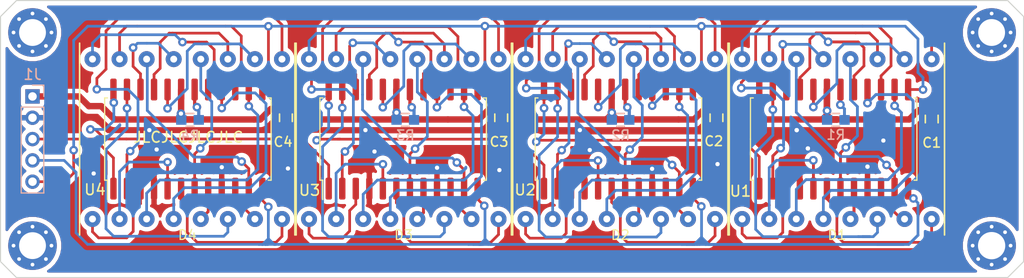
<source format=kicad_pcb>
(kicad_pcb (version 20171130) (host pcbnew "(5.1.4)-1")
  (layers (0 F.Cu signal) (31 B.Cu signal) (34 B.Paste user) (35 F.Paste user) (36 B.SilkS user) (37 F.SilkS user) (38 B.Mask user) (39 F.Mask user) (44 Edge.Cuts user))
  (net 0 "")
  (net 1 GND)
  (net 2 +5V)
  (net 3 "Net-(R1-Pad1)")
  (net 4 "Net-(R2-Pad1)")
  (net 5 /DIN)
  (net 6 /CS)
  (net 7 /CLK)
  (net 8 "Net-(R4-Pad1)")
  (net 9 "Net-(R3-Pad1)")
  (net 10 /1DIG0)
  (net 11 /1DIG4)
  (net 12 /1DIG6)
  (net 13 /1DIG2)
  (net 14 /1DIG3)
  (net 15 /1DIG7)
  (net 16 /1DIG5)
  (net 17 /1DIG1)
  (net 18 /1SEGA)
  (net 19 /1SEGF)
  (net 20 /1SEGB)
  (net 21 /1SEGG)
  (net 22 /1SEGC)
  (net 23 /1SEGE)
  (net 24 /1SEGDP)
  (net 25 /1SEGD)
  (net 26 "Net-(U1-Pad24)")
  (net 27 /2SEGD)
  (net 28 /2SEGDP)
  (net 29 /2SEGE)
  (net 30 /2SEGC)
  (net 31 /2SEGG)
  (net 32 /2SEGB)
  (net 33 /2SEGF)
  (net 34 /2SEGA)
  (net 35 /2DIG1)
  (net 36 /2DIG5)
  (net 37 /2DIG7)
  (net 38 /2DIG3)
  (net 39 /2DIG2)
  (net 40 /2DIG6)
  (net 41 /2DIG4)
  (net 42 /2DIG0)
  (net 43 /3SEGD)
  (net 44 /3SEGDP)
  (net 45 /3SEGE)
  (net 46 /3SEGC)
  (net 47 /3SEGG)
  (net 48 /3SEGB)
  (net 49 /3SEGF)
  (net 50 /3SEGA)
  (net 51 /3DIG1)
  (net 52 /3DIG5)
  (net 53 /3DIG7)
  (net 54 /3DIG3)
  (net 55 /3DIG2)
  (net 56 /3DIG6)
  (net 57 /3DIG4)
  (net 58 /3DIG0)
  (net 59 /4SEGD)
  (net 60 /4SEGDP)
  (net 61 /4SEGE)
  (net 62 /4SEGC)
  (net 63 /4SEGG)
  (net 64 /4SEGB)
  (net 65 /4SEGF)
  (net 66 /4SEGA)
  (net 67 /4DIG1)
  (net 68 /4DIG5)
  (net 69 /4DIG7)
  (net 70 /4DIG3)
  (net 71 /4DIG2)
  (net 72 /4DIG6)
  (net 73 /4DIG4)
  (net 74 /4DIG0)
  (net 75 "Net-(J1-Pad3)")
  (net 76 "Net-(U2-Pad1)")
  (net 77 "Net-(U3-Pad1)")
  (module NewLibCool:Matrix_LED (layer F.Cu) (at 89.84 100)
    (fp_text reference D4 (at 0.01 9 180) (layer F.SilkS) (effects (font (size 0.9 0.9) (thickness 0.12))))
    (fp_text value Matrix_LED hide)
    (pad 8 thru_hole circle (at 8.89 7.5 270) (size 1.5 1.5) (drill 0.65) (layers *.Cu *.Mask) (net 71 /4DIG2))
    (pad 7 thru_hole circle (at 6.35 7.5 270) (size 1.5 1.5) (drill 0.65) (layers *.Cu *.Mask) (net 68 /4DIG5))
    (pad 6 thru_hole circle (at 3.81 7.5 270) (size 1.5 1.5) (drill 0.65) (layers *.Cu *.Mask) (net 59 /4SEGD))
    (pad 5 thru_hole circle (at 1.27 7.5 270) (size 1.5 1.5) (drill 0.65) (layers *.Cu *.Mask) (net 69 /4DIG7))
    (pad 4 thru_hole circle (at -1.27 7.5 90) (size 1.5 1.5) (drill 0.65) (layers *.Cu *.Mask) (net 64 /4SEGB))
    (pad 3 thru_hole circle (at -3.81 7.5 90) (size 1.5 1.5) (drill 0.65) (layers *.Cu *.Mask) (net 66 /4SEGA))
    (pad 2 thru_hole circle (at -6.35 7.5 90) (size 1.5 1.5) (drill 0.65) (layers *.Cu *.Mask) (net 72 /4DIG6))
    (pad 1 thru_hole circle (at -8.89 7.5 90) (size 1.5 1.5) (drill 0.65) (layers *.Cu *.Mask) (net 73 /4DIG4))
    (pad 14 thru_hole circle (at -3.81 -7.5 90) (size 1.5 1.5) (drill 0.65) (layers *.Cu *.Mask) (net 67 /4DIG1))
    (pad 15 thru_hole circle (at -6.35 -7.5 90) (size 1.5 1.5) (drill 0.65) (layers *.Cu *.Mask) (net 65 /4SEGF))
    (pad 16 thru_hole circle (at -8.89 -7.5 90) (size 1.5 1.5) (drill 0.65) (layers *.Cu *.Mask) (net 63 /4SEGG))
    (pad 10 thru_hole circle (at 6.35 -7.5 270) (size 1.5 1.5) (drill 0.65) (layers *.Cu *.Mask) (net 62 /4SEGC))
    (pad 11 thru_hole circle (at 3.81 -7.5 270) (size 1.5 1.5) (drill 0.65) (layers *.Cu *.Mask) (net 61 /4SEGE))
    (pad 13 thru_hole circle (at -1.27 -7.5 90) (size 1.5 1.5) (drill 0.65) (layers *.Cu *.Mask) (net 60 /4SEGDP))
    (pad 9 thru_hole circle (at 8.89 -7.5 270) (size 1.5 1.5) (drill 0.65) (layers *.Cu *.Mask) (net 74 /4DIG0))
    (pad 12 thru_hole circle (at 1.27 -7.5 270) (size 1.5 1.5) (drill 0.65) (layers *.Cu *.Mask) (net 70 /4DIG3))
  )
  (module NewLibCool:Matrix_LED (layer F.Cu) (at 110.16 100)
    (fp_text reference D3 (at -0.02 9 180) (layer F.SilkS) (effects (font (size 0.9 0.9) (thickness 0.12))))
    (fp_text value Matrix_LED hide)
    (pad 8 thru_hole circle (at 8.89 7.5 270) (size 1.5 1.5) (drill 0.65) (layers *.Cu *.Mask) (net 55 /3DIG2))
    (pad 7 thru_hole circle (at 6.35 7.5 270) (size 1.5 1.5) (drill 0.65) (layers *.Cu *.Mask) (net 52 /3DIG5))
    (pad 6 thru_hole circle (at 3.81 7.5 270) (size 1.5 1.5) (drill 0.65) (layers *.Cu *.Mask) (net 43 /3SEGD))
    (pad 5 thru_hole circle (at 1.27 7.5 270) (size 1.5 1.5) (drill 0.65) (layers *.Cu *.Mask) (net 53 /3DIG7))
    (pad 4 thru_hole circle (at -1.27 7.5 90) (size 1.5 1.5) (drill 0.65) (layers *.Cu *.Mask) (net 48 /3SEGB))
    (pad 3 thru_hole circle (at -3.81 7.5 90) (size 1.5 1.5) (drill 0.65) (layers *.Cu *.Mask) (net 50 /3SEGA))
    (pad 2 thru_hole circle (at -6.35 7.5 90) (size 1.5 1.5) (drill 0.65) (layers *.Cu *.Mask) (net 56 /3DIG6))
    (pad 1 thru_hole circle (at -8.89 7.5 90) (size 1.5 1.5) (drill 0.65) (layers *.Cu *.Mask) (net 57 /3DIG4))
    (pad 14 thru_hole circle (at -3.81 -7.5 90) (size 1.5 1.5) (drill 0.65) (layers *.Cu *.Mask) (net 51 /3DIG1))
    (pad 15 thru_hole circle (at -6.35 -7.5 90) (size 1.5 1.5) (drill 0.65) (layers *.Cu *.Mask) (net 49 /3SEGF))
    (pad 16 thru_hole circle (at -8.89 -7.5 90) (size 1.5 1.5) (drill 0.65) (layers *.Cu *.Mask) (net 47 /3SEGG))
    (pad 10 thru_hole circle (at 6.35 -7.5 270) (size 1.5 1.5) (drill 0.65) (layers *.Cu *.Mask) (net 46 /3SEGC))
    (pad 11 thru_hole circle (at 3.81 -7.5 270) (size 1.5 1.5) (drill 0.65) (layers *.Cu *.Mask) (net 45 /3SEGE))
    (pad 13 thru_hole circle (at -1.27 -7.5 90) (size 1.5 1.5) (drill 0.65) (layers *.Cu *.Mask) (net 44 /3SEGDP))
    (pad 9 thru_hole circle (at 8.89 -7.5 270) (size 1.5 1.5) (drill 0.65) (layers *.Cu *.Mask) (net 58 /3DIG0))
    (pad 12 thru_hole circle (at 1.27 -7.5 270) (size 1.5 1.5) (drill 0.65) (layers *.Cu *.Mask) (net 54 /3DIG3))
  )
  (module NewLibCool:Matrix_LED (layer F.Cu) (at 130.48 100)
    (fp_text reference D2 (at 0 9 180) (layer F.SilkS) (effects (font (size 0.9 0.9) (thickness 0.12))))
    (fp_text value Matrix_LED hide)
    (pad 8 thru_hole circle (at 8.89 7.5 270) (size 1.5 1.5) (drill 0.65) (layers *.Cu *.Mask) (net 39 /2DIG2))
    (pad 7 thru_hole circle (at 6.35 7.5 270) (size 1.5 1.5) (drill 0.65) (layers *.Cu *.Mask) (net 36 /2DIG5))
    (pad 6 thru_hole circle (at 3.81 7.5 270) (size 1.5 1.5) (drill 0.65) (layers *.Cu *.Mask) (net 27 /2SEGD))
    (pad 5 thru_hole circle (at 1.27 7.5 270) (size 1.5 1.5) (drill 0.65) (layers *.Cu *.Mask) (net 37 /2DIG7))
    (pad 4 thru_hole circle (at -1.27 7.5 90) (size 1.5 1.5) (drill 0.65) (layers *.Cu *.Mask) (net 32 /2SEGB))
    (pad 3 thru_hole circle (at -3.81 7.5 90) (size 1.5 1.5) (drill 0.65) (layers *.Cu *.Mask) (net 34 /2SEGA))
    (pad 2 thru_hole circle (at -6.35 7.5 90) (size 1.5 1.5) (drill 0.65) (layers *.Cu *.Mask) (net 40 /2DIG6))
    (pad 1 thru_hole circle (at -8.89 7.5 90) (size 1.5 1.5) (drill 0.65) (layers *.Cu *.Mask) (net 41 /2DIG4))
    (pad 14 thru_hole circle (at -3.81 -7.5 90) (size 1.5 1.5) (drill 0.65) (layers *.Cu *.Mask) (net 35 /2DIG1))
    (pad 15 thru_hole circle (at -6.35 -7.5 90) (size 1.5 1.5) (drill 0.65) (layers *.Cu *.Mask) (net 33 /2SEGF))
    (pad 16 thru_hole circle (at -8.89 -7.5 90) (size 1.5 1.5) (drill 0.65) (layers *.Cu *.Mask) (net 31 /2SEGG))
    (pad 10 thru_hole circle (at 6.35 -7.5 270) (size 1.5 1.5) (drill 0.65) (layers *.Cu *.Mask) (net 30 /2SEGC))
    (pad 11 thru_hole circle (at 3.81 -7.5 270) (size 1.5 1.5) (drill 0.65) (layers *.Cu *.Mask) (net 29 /2SEGE))
    (pad 13 thru_hole circle (at -1.27 -7.5 90) (size 1.5 1.5) (drill 0.65) (layers *.Cu *.Mask) (net 28 /2SEGDP))
    (pad 9 thru_hole circle (at 8.89 -7.5 270) (size 1.5 1.5) (drill 0.65) (layers *.Cu *.Mask) (net 42 /2DIG0))
    (pad 12 thru_hole circle (at 1.27 -7.5 270) (size 1.5 1.5) (drill 0.65) (layers *.Cu *.Mask) (net 38 /2DIG3))
  )
  (module NewLibCool:Matrix_LED (layer F.Cu) (at 150.8 100)
    (fp_text reference D1 (at 0.01 9 180) (layer F.SilkS) (effects (font (size 0.9 0.9) (thickness 0.12))))
    (fp_text value Matrix_LED hide)
    (pad 8 thru_hole circle (at 8.89 7.5 270) (size 1.5 1.5) (drill 0.65) (layers *.Cu *.Mask) (net 13 /1DIG2))
    (pad 7 thru_hole circle (at 6.35 7.5 270) (size 1.5 1.5) (drill 0.65) (layers *.Cu *.Mask) (net 16 /1DIG5))
    (pad 6 thru_hole circle (at 3.81 7.5 270) (size 1.5 1.5) (drill 0.65) (layers *.Cu *.Mask) (net 25 /1SEGD))
    (pad 5 thru_hole circle (at 1.27 7.5 270) (size 1.5 1.5) (drill 0.65) (layers *.Cu *.Mask) (net 15 /1DIG7))
    (pad 4 thru_hole circle (at -1.27 7.5 90) (size 1.5 1.5) (drill 0.65) (layers *.Cu *.Mask) (net 20 /1SEGB))
    (pad 3 thru_hole circle (at -3.81 7.5 90) (size 1.5 1.5) (drill 0.65) (layers *.Cu *.Mask) (net 18 /1SEGA))
    (pad 2 thru_hole circle (at -6.35 7.5 90) (size 1.5 1.5) (drill 0.65) (layers *.Cu *.Mask) (net 12 /1DIG6))
    (pad 1 thru_hole circle (at -8.89 7.5 90) (size 1.5 1.5) (drill 0.65) (layers *.Cu *.Mask) (net 11 /1DIG4))
    (pad 14 thru_hole circle (at -3.81 -7.5 90) (size 1.5 1.5) (drill 0.65) (layers *.Cu *.Mask) (net 17 /1DIG1))
    (pad 15 thru_hole circle (at -6.35 -7.5 90) (size 1.5 1.5) (drill 0.65) (layers *.Cu *.Mask) (net 19 /1SEGF))
    (pad 16 thru_hole circle (at -8.89 -7.5 90) (size 1.5 1.5) (drill 0.65) (layers *.Cu *.Mask) (net 21 /1SEGG))
    (pad 10 thru_hole circle (at 6.35 -7.5 270) (size 1.5 1.5) (drill 0.65) (layers *.Cu *.Mask) (net 22 /1SEGC))
    (pad 11 thru_hole circle (at 3.81 -7.5 270) (size 1.5 1.5) (drill 0.65) (layers *.Cu *.Mask) (net 23 /1SEGE))
    (pad 13 thru_hole circle (at -1.27 -7.5 90) (size 1.5 1.5) (drill 0.65) (layers *.Cu *.Mask) (net 24 /1SEGDP))
    (pad 9 thru_hole circle (at 8.89 -7.5 270) (size 1.5 1.5) (drill 0.65) (layers *.Cu *.Mask) (net 10 /1DIG0))
    (pad 12 thru_hole circle (at 1.27 -7.5 270) (size 1.5 1.5) (drill 0.65) (layers *.Cu *.Mask) (net 14 /1DIG3))
  )
  (module Connector_PinHeader_2.00mm:PinHeader_1x05_P2.00mm_Vertical (layer B.Cu) (at 75.32 96 180)
    (fp_text reference J1 (at 0 2.06 180) (layer B.SilkS) (effects (justify mirror)))
    (fp_text value Conn_01x05_Male hide)
    (pad 5 thru_hole oval (at 0 -8 180) (size 1.35 1.35) (drill 0.8) (layers *.Cu *.Mask) (net 7 /CLK))
    (pad 4 thru_hole oval (at 0 -6 180) (size 1.35 1.35) (drill 0.8) (layers *.Cu *.Mask) (net 6 /CS))
    (pad 3 thru_hole oval (at 0 -4 180) (size 1.35 1.35) (drill 0.8) (layers *.Cu *.Mask) (net 75 "Net-(J1-Pad3)"))
    (pad 2 thru_hole oval (at 0 -2 180) (size 1.35 1.35) (drill 0.8) (layers *.Cu *.Mask) (net 1 GND))
    (pad 1 thru_hole rect (at 0 0 180) (size 1.35 1.35) (drill 0.8) (layers *.Cu *.Mask) (net 2 +5V))
  )
  (module NewLibCool:O_2.5mm (layer F.Cu) (at 165.32 110)
    (fp_text reference REF** hide)
    (fp_text value O_2.5mm)
    (pad 1 thru_hole circle (at 1.26 -1.26) (size 0.6 0.6) (drill 0.35) (layers *.Cu *.Mask))
    (pad 1 thru_hole circle (at 1.78 0) (size 0.6 0.6) (drill 0.35) (layers *.Cu *.Mask))
    (pad 1 thru_hole circle (at 0 0) (size 4.56 4.56) (drill 2.56) (layers *.Cu *.Mask))
    (pad 1 thru_hole circle (at 1.26 1.26) (size 0.6 0.6) (drill 0.35) (layers *.Cu *.Mask))
    (pad 1 thru_hole circle (at 0 1.78) (size 0.6 0.6) (drill 0.35) (layers *.Cu *.Mask))
    (pad 1 thru_hole circle (at -1.78 0) (size 0.6 0.6) (drill 0.35) (layers *.Cu *.Mask))
    (pad 1 thru_hole circle (at -1.26 1.26) (size 0.6 0.6) (drill 0.35) (layers *.Cu *.Mask))
    (pad 1 thru_hole circle (at 0 -1.78) (size 0.6 0.6) (drill 0.35) (layers *.Cu *.Mask))
    (pad 1 thru_hole circle (at -1.26 -1.26) (size 0.6 0.6) (drill 0.35) (layers *.Cu *.Mask))
  )
  (module NewLibCool:O_2.5mm (layer F.Cu) (at 165.32 90)
    (fp_text reference REF** hide)
    (fp_text value O_2.5mm)
    (pad 1 thru_hole circle (at -1.26 -1.26) (size 0.6 0.6) (drill 0.35) (layers *.Cu *.Mask))
    (pad 1 thru_hole circle (at 0 -1.78) (size 0.6 0.6) (drill 0.35) (layers *.Cu *.Mask))
    (pad 1 thru_hole circle (at -1.26 1.26) (size 0.6 0.6) (drill 0.35) (layers *.Cu *.Mask))
    (pad 1 thru_hole circle (at -1.78 0) (size 0.6 0.6) (drill 0.35) (layers *.Cu *.Mask))
    (pad 1 thru_hole circle (at 0 1.78) (size 0.6 0.6) (drill 0.35) (layers *.Cu *.Mask))
    (pad 1 thru_hole circle (at 1.26 1.26) (size 0.6 0.6) (drill 0.35) (layers *.Cu *.Mask))
    (pad 1 thru_hole circle (at 0 0) (size 4.56 4.56) (drill 2.52) (layers *.Cu *.Mask))
    (pad 1 thru_hole circle (at 1.78 0) (size 0.6 0.6) (drill 0.35) (layers *.Cu *.Mask))
    (pad 1 thru_hole circle (at 1.26 -1.26) (size 0.6 0.6) (drill 0.35) (layers *.Cu *.Mask))
  )
  (module NewLibCool:O_2.5mm (layer F.Cu) (at 75.32 110)
    (fp_text reference REF** hide)
    (fp_text value O_2.5mm)
    (pad 1 thru_hole circle (at -1.26 -1.26) (size 0.6 0.6) (drill 0.35) (layers *.Cu *.Mask))
    (pad 1 thru_hole circle (at 0 -1.78) (size 0.6 0.6) (drill 0.35) (layers *.Cu *.Mask))
    (pad 1 thru_hole circle (at -1.26 1.26) (size 0.6 0.6) (drill 0.35) (layers *.Cu *.Mask))
    (pad 1 thru_hole circle (at -1.78 0) (size 0.6 0.6) (drill 0.35) (layers *.Cu *.Mask))
    (pad 1 thru_hole circle (at 0 1.78) (size 0.6 0.6) (drill 0.35) (layers *.Cu *.Mask))
    (pad 1 thru_hole circle (at 1.26 1.26) (size 0.6 0.6) (drill 0.35) (layers *.Cu *.Mask))
    (pad 1 thru_hole circle (at 0 0) (size 4.56 4.56) (drill 2.52) (layers *.Cu *.Mask))
    (pad 1 thru_hole circle (at 1.78 0) (size 0.6 0.6) (drill 0.35) (layers *.Cu *.Mask))
    (pad 1 thru_hole circle (at 1.26 -1.26) (size 0.6 0.6) (drill 0.35) (layers *.Cu *.Mask))
  )
  (module NewLibCool:O_2.5mm (layer F.Cu) (at 75.32 90)
    (fp_text reference REF** hide)
    (fp_text value O_2.5mm)
    (pad 1 thru_hole circle (at 1.26 -1.26) (size 0.6 0.6) (drill 0.35) (layers *.Cu *.Mask))
    (pad 1 thru_hole circle (at 1.78 0) (size 0.6 0.6) (drill 0.35) (layers *.Cu *.Mask))
    (pad 1 thru_hole circle (at 0 0) (size 4.56 4.56) (drill 2.52) (layers *.Cu *.Mask))
    (pad 1 thru_hole circle (at 1.26 1.26) (size 0.6 0.6) (drill 0.35) (layers *.Cu *.Mask))
    (pad 1 thru_hole circle (at 0 1.78) (size 0.6 0.6) (drill 0.35) (layers *.Cu *.Mask))
    (pad 1 thru_hole circle (at -1.78 0) (size 0.6 0.6) (drill 0.35) (layers *.Cu *.Mask))
    (pad 1 thru_hole circle (at -1.26 1.26) (size 0.6 0.6) (drill 0.35) (layers *.Cu *.Mask))
    (pad 1 thru_hole circle (at 0 -1.78) (size 0.6 0.6) (drill 0.35) (layers *.Cu *.Mask))
    (pad 1 thru_hole circle (at -1.26 -1.26) (size 0.6 0.6) (drill 0.35) (layers *.Cu *.Mask))
  )
  (module NewLibCool:0603_C (layer F.Cu) (at 159.7 98.12 270)
    (fp_text reference C1 (at 2.22 0) (layer F.SilkS) (effects (font (size 0.9 0.9))))
    (fp_text value 0.1uF hide)
    (pad 2 smd rect (at 0.82 0 270) (size 0.965 0.92) (layers F.Cu F.Paste F.Mask) (net 1 GND))
    (pad 1 smd rect (at -0.82 0 270) (size 0.965 0.92) (layers F.Cu F.Paste F.Mask) (net 2 +5V))
  )
  (module NewLibCool:0603_C (layer F.Cu) (at 139.5 98 270)
    (fp_text reference C2 (at 2.2 0.25) (layer F.SilkS) (effects (font (size 0.9 0.9))))
    (fp_text value 0.1uF hide)
    (pad 2 smd rect (at 0.82 0 270) (size 0.965 0.92) (layers F.Cu F.Paste F.Mask) (net 1 GND))
    (pad 1 smd rect (at -0.82 0 270) (size 0.965 0.92) (layers F.Cu F.Paste F.Mask) (net 2 +5V))
  )
  (module NewLibCool:0603_C (layer F.Cu) (at 119.3 98 270)
    (fp_text reference C3 (at 2.26 0.2) (layer F.SilkS) (effects (font (size 0.9 0.9))))
    (fp_text value 0.1uF hide)
    (pad 1 smd rect (at -0.82 0 270) (size 0.965 0.92) (layers F.Cu F.Paste F.Mask) (net 2 +5V))
    (pad 2 smd rect (at 0.82 0 270) (size 0.965 0.92) (layers F.Cu F.Paste F.Mask) (net 1 GND))
  )
  (module NewLibCool:0603_C (layer F.Cu) (at 99.1 98 270)
    (fp_text reference C4 (at 2.27 0.27) (layer F.SilkS) (effects (font (size 0.9 0.9))))
    (fp_text value 0.1uF hide)
    (pad 2 smd rect (at 0.82 0 270) (size 0.965 0.92) (layers F.Cu F.Paste F.Mask) (net 1 GND))
    (pad 1 smd rect (at -0.82 0 270) (size 0.965 0.92) (layers F.Cu F.Paste F.Mask) (net 2 +5V))
  )
  (module NewLibCool:0603_R (layer B.Cu) (at 150.7 98.2 180)
    (fp_text reference R1 (at 0 -1.4 180) (layer B.SilkS) (effects (font (size 0.9 0.9)) (justify mirror)))
    (fp_text value 10K hide)
    (pad 1 smd rect (at -0.82 0 180) (size 0.965 0.92) (layers B.Cu B.Paste B.Mask) (net 3 "Net-(R1-Pad1)"))
    (pad 2 smd rect (at 0.82 0 180) (size 0.965 0.92) (layers B.Cu B.Paste B.Mask) (net 2 +5V))
  )
  (module NewLibCool:0603_R (layer B.Cu) (at 130.5 98.2 180)
    (fp_text reference R2 (at -0.01 -1.44 180) (layer B.SilkS) (effects (font (size 0.9 0.9)) (justify mirror)))
    (fp_text value 10K hide)
    (pad 2 smd rect (at 0.82 0 180) (size 0.965 0.92) (layers B.Cu B.Paste B.Mask) (net 2 +5V))
    (pad 1 smd rect (at -0.82 0 180) (size 0.965 0.92) (layers B.Cu B.Paste B.Mask) (net 4 "Net-(R2-Pad1)"))
  )
  (module NewLibCool:0603_R (layer B.Cu) (at 110.3 98.2 180)
    (fp_text reference R3 (at 0 -1.44 180) (layer B.SilkS) (effects (font (size 0.9 0.9)) (justify mirror)))
    (fp_text value 10K hide)
    (pad 1 smd rect (at -0.82 0 180) (size 0.965 0.92) (layers B.Cu B.Paste B.Mask) (net 9 "Net-(R3-Pad1)"))
    (pad 2 smd rect (at 0.82 0 180) (size 0.965 0.92) (layers B.Cu B.Paste B.Mask) (net 2 +5V))
  )
  (module NewLibCool:0603_R (layer B.Cu) (at 90.1 98.2 180)
    (fp_text reference R4 (at 0 -1.48 180) (layer B.SilkS) (effects (font (size 0.9 0.9)) (justify mirror)))
    (fp_text value 10K hide)
    (pad 2 smd rect (at 0.82 0 180) (size 0.965 0.92) (layers B.Cu B.Paste B.Mask) (net 2 +5V))
    (pad 1 smd rect (at -0.82 0 180) (size 0.965 0.92) (layers B.Cu B.Paste B.Mask) (net 8 "Net-(R4-Pad1)"))
  )
  (module Package_SO:SOIC-24W_7.5x15.4mm_P1.27mm (layer F.Cu) (at 150.5 100 90)
    (fp_text reference U1 (at -4.89 -8.75 180) (layer F.SilkS))
    (fp_text value MAX7219 hide)
    (pad 24 smd roundrect (at 4.65 -6.985 90) (size 2.05 0.6) (layers F.Cu F.Paste F.Mask) (net 26 "Net-(U1-Pad24)"))
    (pad 23 smd roundrect (at 4.65 -5.715 90) (size 2.05 0.6) (layers F.Cu F.Paste F.Mask) (net 25 /1SEGD))
    (pad 22 smd roundrect (at 4.65 -4.445 90) (size 2.05 0.6) (layers F.Cu F.Paste F.Mask) (net 24 /1SEGDP))
    (pad 21 smd roundrect (at 4.65 -3.175 90) (size 2.05 0.6) (layers F.Cu F.Paste F.Mask) (net 23 /1SEGE))
    (pad 20 smd roundrect (at 4.65 -1.905 90) (size 2.05 0.6) (layers F.Cu F.Paste F.Mask) (net 22 /1SEGC))
    (pad 19 smd roundrect (at 4.65 -0.635 90) (size 2.05 0.6) (layers F.Cu F.Paste F.Mask) (net 2 +5V))
    (pad 18 smd roundrect (at 4.65 0.635 90) (size 2.05 0.6) (layers F.Cu F.Paste F.Mask) (net 3 "Net-(R1-Pad1)"))
    (pad 17 smd roundrect (at 4.65 1.905 90) (size 2.05 0.6) (layers F.Cu F.Paste F.Mask) (net 21 /1SEGG))
    (pad 16 smd roundrect (at 4.65 3.175 90) (size 2.05 0.6) (layers F.Cu F.Paste F.Mask) (net 20 /1SEGB))
    (pad 15 smd roundrect (at 4.65 4.445 90) (size 2.05 0.6) (layers F.Cu F.Paste F.Mask) (net 19 /1SEGF))
    (pad 14 smd roundrect (at 4.65 5.715 90) (size 2.05 0.6) (layers F.Cu F.Paste F.Mask) (net 18 /1SEGA))
    (pad 13 smd roundrect (at 4.65 6.985 90) (size 2.05 0.6) (layers F.Cu F.Paste F.Mask) (net 7 /CLK))
    (pad 12 smd roundrect (at -4.65 6.985 90) (size 2.05 0.6) (layers F.Cu F.Paste F.Mask) (net 6 /CS))
    (pad 11 smd roundrect (at -4.65 5.715 90) (size 2.05 0.6) (layers F.Cu F.Paste F.Mask) (net 17 /1DIG1))
    (pad 10 smd roundrect (at -4.65 4.445 90) (size 2.05 0.6) (layers F.Cu F.Paste F.Mask) (net 16 /1DIG5))
    (pad 9 smd roundrect (at -4.65 3.175 90) (size 2.05 0.6) (layers F.Cu F.Paste F.Mask) (net 1 GND))
    (pad 8 smd roundrect (at -4.65 1.905 90) (size 2.05 0.6) (layers F.Cu F.Paste F.Mask) (net 15 /1DIG7))
    (pad 7 smd roundrect (at -4.65 0.635 90) (size 2.05 0.6) (layers F.Cu F.Paste F.Mask) (net 14 /1DIG3))
    (pad 6 smd roundrect (at -4.65 -0.635 90) (size 2.05 0.6) (layers F.Cu F.Paste F.Mask) (net 13 /1DIG2))
    (pad 5 smd roundrect (at -4.65 -1.905 90) (size 2.05 0.6) (layers F.Cu F.Paste F.Mask) (net 12 /1DIG6))
    (pad 4 smd roundrect (at -4.65 -3.175 90) (size 2.05 0.6) (layers F.Cu F.Paste F.Mask) (net 1 GND))
    (pad 3 smd roundrect (at -4.65 -4.445 90) (size 2.05 0.6) (layers F.Cu F.Paste F.Mask) (net 11 /1DIG4))
    (pad 2 smd roundrect (at -4.65 -5.715 90) (size 2.05 0.6) (layers F.Cu F.Paste F.Mask) (net 10 /1DIG0))
    (pad 1 smd roundrect (at -4.65 -6.985 90) (size 2.05 0.6) (layers F.Cu F.Paste F.Mask) (net 5 /DIN))
  )
  (module Package_SO:SOIC-24W_7.5x15.4mm_P1.27mm (layer F.Cu) (at 130.3 100 90)
    (fp_text reference U2 (at -4.77 -8.75 180) (layer F.SilkS))
    (fp_text value MAX7219 hide)
    (pad 24 smd roundrect (at 4.65 -6.985 90) (size 2.05 0.6) (layers F.Cu F.Paste F.Mask) (net 5 /DIN))
    (pad 23 smd roundrect (at 4.65 -5.715 90) (size 2.05 0.6) (layers F.Cu F.Paste F.Mask) (net 27 /2SEGD))
    (pad 22 smd roundrect (at 4.65 -4.445 90) (size 2.05 0.6) (layers F.Cu F.Paste F.Mask) (net 28 /2SEGDP))
    (pad 21 smd roundrect (at 4.65 -3.175 90) (size 2.05 0.6) (layers F.Cu F.Paste F.Mask) (net 29 /2SEGE))
    (pad 20 smd roundrect (at 4.65 -1.905 90) (size 2.05 0.6) (layers F.Cu F.Paste F.Mask) (net 30 /2SEGC))
    (pad 19 smd roundrect (at 4.65 -0.635 90) (size 2.05 0.6) (layers F.Cu F.Paste F.Mask) (net 2 +5V))
    (pad 18 smd roundrect (at 4.65 0.635 90) (size 2.05 0.6) (layers F.Cu F.Paste F.Mask) (net 4 "Net-(R2-Pad1)"))
    (pad 17 smd roundrect (at 4.65 1.905 90) (size 2.05 0.6) (layers F.Cu F.Paste F.Mask) (net 31 /2SEGG))
    (pad 16 smd roundrect (at 4.65 3.175 90) (size 2.05 0.6) (layers F.Cu F.Paste F.Mask) (net 32 /2SEGB))
    (pad 15 smd roundrect (at 4.65 4.445 90) (size 2.05 0.6) (layers F.Cu F.Paste F.Mask) (net 33 /2SEGF))
    (pad 14 smd roundrect (at 4.65 5.715 90) (size 2.05 0.6) (layers F.Cu F.Paste F.Mask) (net 34 /2SEGA))
    (pad 13 smd roundrect (at 4.65 6.985 90) (size 2.05 0.6) (layers F.Cu F.Paste F.Mask) (net 7 /CLK))
    (pad 12 smd roundrect (at -4.65 6.985 90) (size 2.05 0.6) (layers F.Cu F.Paste F.Mask) (net 6 /CS))
    (pad 11 smd roundrect (at -4.65 5.715 90) (size 2.05 0.6) (layers F.Cu F.Paste F.Mask) (net 35 /2DIG1))
    (pad 10 smd roundrect (at -4.65 4.445 90) (size 2.05 0.6) (layers F.Cu F.Paste F.Mask) (net 36 /2DIG5))
    (pad 9 smd roundrect (at -4.65 3.175 90) (size 2.05 0.6) (layers F.Cu F.Paste F.Mask) (net 1 GND))
    (pad 8 smd roundrect (at -4.65 1.905 90) (size 2.05 0.6) (layers F.Cu F.Paste F.Mask) (net 37 /2DIG7))
    (pad 7 smd roundrect (at -4.65 0.635 90) (size 2.05 0.6) (layers F.Cu F.Paste F.Mask) (net 38 /2DIG3))
    (pad 6 smd roundrect (at -4.65 -0.635 90) (size 2.05 0.6) (layers F.Cu F.Paste F.Mask) (net 39 /2DIG2))
    (pad 5 smd roundrect (at -4.65 -1.905 90) (size 2.05 0.6) (layers F.Cu F.Paste F.Mask) (net 40 /2DIG6))
    (pad 4 smd roundrect (at -4.65 -3.175 90) (size 2.05 0.6) (layers F.Cu F.Paste F.Mask) (net 1 GND))
    (pad 3 smd roundrect (at -4.65 -4.445 90) (size 2.05 0.6) (layers F.Cu F.Paste F.Mask) (net 41 /2DIG4))
    (pad 2 smd roundrect (at -4.65 -5.715 90) (size 2.05 0.6) (layers F.Cu F.Paste F.Mask) (net 42 /2DIG0))
    (pad 1 smd roundrect (at -4.65 -6.985 90) (size 2.05 0.6) (layers F.Cu F.Paste F.Mask) (net 76 "Net-(U2-Pad1)"))
  )
  (module Package_SO:SOIC-24W_7.5x15.4mm_P1.27mm (layer F.Cu) (at 110.1 100 90)
    (fp_text reference U3 (at -4.81 -8.78 180) (layer F.SilkS))
    (fp_text value MAX7219 hide)
    (pad 1 smd roundrect (at -4.65 -6.985 90) (size 2.05 0.6) (layers F.Cu F.Paste F.Mask) (net 77 "Net-(U3-Pad1)"))
    (pad 2 smd roundrect (at -4.65 -5.715 90) (size 2.05 0.6) (layers F.Cu F.Paste F.Mask) (net 58 /3DIG0))
    (pad 3 smd roundrect (at -4.65 -4.445 90) (size 2.05 0.6) (layers F.Cu F.Paste F.Mask) (net 57 /3DIG4))
    (pad 4 smd roundrect (at -4.65 -3.175 90) (size 2.05 0.6) (layers F.Cu F.Paste F.Mask) (net 1 GND))
    (pad 5 smd roundrect (at -4.65 -1.905 90) (size 2.05 0.6) (layers F.Cu F.Paste F.Mask) (net 56 /3DIG6))
    (pad 6 smd roundrect (at -4.65 -0.635 90) (size 2.05 0.6) (layers F.Cu F.Paste F.Mask) (net 55 /3DIG2))
    (pad 7 smd roundrect (at -4.65 0.635 90) (size 2.05 0.6) (layers F.Cu F.Paste F.Mask) (net 54 /3DIG3))
    (pad 8 smd roundrect (at -4.65 1.905 90) (size 2.05 0.6) (layers F.Cu F.Paste F.Mask) (net 53 /3DIG7))
    (pad 9 smd roundrect (at -4.65 3.175 90) (size 2.05 0.6) (layers F.Cu F.Paste F.Mask) (net 1 GND))
    (pad 10 smd roundrect (at -4.65 4.445 90) (size 2.05 0.6) (layers F.Cu F.Paste F.Mask) (net 52 /3DIG5))
    (pad 11 smd roundrect (at -4.65 5.715 90) (size 2.05 0.6) (layers F.Cu F.Paste F.Mask) (net 51 /3DIG1))
    (pad 12 smd roundrect (at -4.65 6.985 90) (size 2.05 0.6) (layers F.Cu F.Paste F.Mask) (net 6 /CS))
    (pad 13 smd roundrect (at 4.65 6.985 90) (size 2.05 0.6) (layers F.Cu F.Paste F.Mask) (net 7 /CLK))
    (pad 14 smd roundrect (at 4.65 5.715 90) (size 2.05 0.6) (layers F.Cu F.Paste F.Mask) (net 50 /3SEGA))
    (pad 15 smd roundrect (at 4.65 4.445 90) (size 2.05 0.6) (layers F.Cu F.Paste F.Mask) (net 49 /3SEGF))
    (pad 16 smd roundrect (at 4.65 3.175 90) (size 2.05 0.6) (layers F.Cu F.Paste F.Mask) (net 48 /3SEGB))
    (pad 17 smd roundrect (at 4.65 1.905 90) (size 2.05 0.6) (layers F.Cu F.Paste F.Mask) (net 47 /3SEGG))
    (pad 18 smd roundrect (at 4.65 0.635 90) (size 2.05 0.6) (layers F.Cu F.Paste F.Mask) (net 9 "Net-(R3-Pad1)"))
    (pad 19 smd roundrect (at 4.65 -0.635 90) (size 2.05 0.6) (layers F.Cu F.Paste F.Mask) (net 2 +5V))
    (pad 20 smd roundrect (at 4.65 -1.905 90) (size 2.05 0.6) (layers F.Cu F.Paste F.Mask) (net 46 /3SEGC))
    (pad 21 smd roundrect (at 4.65 -3.175 90) (size 2.05 0.6) (layers F.Cu F.Paste F.Mask) (net 45 /3SEGE))
    (pad 22 smd roundrect (at 4.65 -4.445 90) (size 2.05 0.6) (layers F.Cu F.Paste F.Mask) (net 44 /3SEGDP))
    (pad 23 smd roundrect (at 4.65 -5.715 90) (size 2.05 0.6) (layers F.Cu F.Paste F.Mask) (net 43 /3SEGD))
    (pad 24 smd roundrect (at 4.65 -6.985 90) (size 2.05 0.6) (layers F.Cu F.Paste F.Mask) (net 76 "Net-(U2-Pad1)"))
  )
  (module Package_SO:SOIC-24W_7.5x15.4mm_P1.27mm (layer F.Cu) (at 89.9 100 90)
    (fp_text reference U4 (at -4.75 -8.72 180) (layer F.SilkS))
    (fp_text value MAX7219 hide)
    (pad 1 smd roundrect (at -4.65 -6.985 90) (size 2.05 0.6) (layers F.Cu F.Paste F.Mask) (net 75 "Net-(J1-Pad3)"))
    (pad 2 smd roundrect (at -4.65 -5.715 90) (size 2.05 0.6) (layers F.Cu F.Paste F.Mask) (net 74 /4DIG0))
    (pad 3 smd roundrect (at -4.65 -4.445 90) (size 2.05 0.6) (layers F.Cu F.Paste F.Mask) (net 73 /4DIG4))
    (pad 4 smd roundrect (at -4.65 -3.175 90) (size 2.05 0.6) (layers F.Cu F.Paste F.Mask) (net 1 GND))
    (pad 5 smd roundrect (at -4.65 -1.905 90) (size 2.05 0.6) (layers F.Cu F.Paste F.Mask) (net 72 /4DIG6))
    (pad 6 smd roundrect (at -4.65 -0.635 90) (size 2.05 0.6) (layers F.Cu F.Paste F.Mask) (net 71 /4DIG2))
    (pad 7 smd roundrect (at -4.65 0.635 90) (size 2.05 0.6) (layers F.Cu F.Paste F.Mask) (net 70 /4DIG3))
    (pad 8 smd roundrect (at -4.65 1.905 90) (size 2.05 0.6) (layers F.Cu F.Paste F.Mask) (net 69 /4DIG7))
    (pad 9 smd roundrect (at -4.65 3.175 90) (size 2.05 0.6) (layers F.Cu F.Paste F.Mask) (net 1 GND))
    (pad 10 smd roundrect (at -4.65 4.445 90) (size 2.05 0.6) (layers F.Cu F.Paste F.Mask) (net 68 /4DIG5))
    (pad 11 smd roundrect (at -4.65 5.715 90) (size 2.05 0.6) (layers F.Cu F.Paste F.Mask) (net 67 /4DIG1))
    (pad 12 smd roundrect (at -4.65 6.985 90) (size 2.05 0.6) (layers F.Cu F.Paste F.Mask) (net 6 /CS))
    (pad 13 smd roundrect (at 4.65 6.985 90) (size 2.05 0.6) (layers F.Cu F.Paste F.Mask) (net 7 /CLK))
    (pad 14 smd roundrect (at 4.65 5.715 90) (size 2.05 0.6) (layers F.Cu F.Paste F.Mask) (net 66 /4SEGA))
    (pad 15 smd roundrect (at 4.65 4.445 90) (size 2.05 0.6) (layers F.Cu F.Paste F.Mask) (net 65 /4SEGF))
    (pad 16 smd roundrect (at 4.65 3.175 90) (size 2.05 0.6) (layers F.Cu F.Paste F.Mask) (net 64 /4SEGB))
    (pad 17 smd roundrect (at 4.65 1.905 90) (size 2.05 0.6) (layers F.Cu F.Paste F.Mask) (net 63 /4SEGG))
    (pad 18 smd roundrect (at 4.65 0.635 90) (size 2.05 0.6) (layers F.Cu F.Paste F.Mask) (net 8 "Net-(R4-Pad1)"))
    (pad 19 smd roundrect (at 4.65 -0.635 90) (size 2.05 0.6) (layers F.Cu F.Paste F.Mask) (net 2 +5V))
    (pad 20 smd roundrect (at 4.65 -1.905 90) (size 2.05 0.6) (layers F.Cu F.Paste F.Mask) (net 62 /4SEGC))
    (pad 21 smd roundrect (at 4.65 -3.175 90) (size 2.05 0.6) (layers F.Cu F.Paste F.Mask) (net 61 /4SEGE))
    (pad 22 smd roundrect (at 4.65 -4.445 90) (size 2.05 0.6) (layers F.Cu F.Paste F.Mask) (net 60 /4SEGDP))
    (pad 23 smd roundrect (at 4.65 -5.715 90) (size 2.05 0.6) (layers F.Cu F.Paste F.Mask) (net 59 /4SEGD))
    (pad 24 smd roundrect (at 4.65 -6.985 90) (size 2.05 0.6) (layers F.Cu F.Paste F.Mask) (net 77 "Net-(U3-Pad1)"))
  )
  (gr_text JLCJLCJLCJLC (at 89.95 99.83) (layer F.SilkS) (effects (font (size 1 1))))
  (gr_line (start 168.32 111.5) (end 166.82 113) (layer Edge.Cuts) (width 0.1))
  (gr_line (start 72.32 111.5) (end 73.82 113) (layer Edge.Cuts) (width 0.1))
  (gr_line (start 166.82 87) (end 168.32 88.5) (layer Edge.Cuts) (width 0.1))
  (gr_line (start 72.32 88.5) (end 73.82 87) (layer Edge.Cuts) (width 0.1))
  (gr_line (start 168.32 88.5) (end 168.32 111.5) (layer Edge.Cuts) (width 0.1))
  (gr_line (start 72.32 88.5) (end 72.32 111.5) (layer Edge.Cuts) (width 0.1))
  (gr_line (start 73.82 113) (end 166.82 113) (layer Edge.Cuts) (width 0.1))
  (gr_line (start 73.82 87) (end 166.82 87) (layer Edge.Cuts) (width 0.1))
  (segment (start 153.675 104.65) (end 153.675 102.59) (width 0.25) (layer F.Cu) (net 1))
  (segment (start 159.66 99.16) (end 158.91 99.16) (width 0.5) (layer F.Cu) (net 1))
  (segment (start 158.91 99.16) (end 154.74 99.16) (width 0.5) (layer F.Cu) (net 1))
  (segment (start 154.74 99.16) (end 147.03 99.16) (width 0.5) (layer F.Cu) (net 1))
  (segment (start 147.03 99.16) (end 140.92 99.16) (width 0.5) (layer F.Cu) (net 1))
  (segment (start 140.92 99.16) (end 137.58 99.16) (width 0.5) (layer F.Cu) (net 1))
  (segment (start 137.58 99.16) (end 126.68 99.16) (width 0.5) (layer F.Cu) (net 1))
  (segment (start 126.68 99.16) (end 120.75 99.16) (width 0.5) (layer F.Cu) (net 1))
  (segment (start 120.75 99.16) (end 117.81 99.16) (width 0.5) (layer F.Cu) (net 1))
  (segment (start 117.81 99.16) (end 106.56 99.16) (width 0.5) (layer F.Cu) (net 1))
  (segment (start 106.56 99.16) (end 100.79 99.16) (width 0.5) (layer F.Cu) (net 1))
  (segment (start 100.79 99.16) (end 97.69 99.16) (width 0.5) (layer F.Cu) (net 1))
  (segment (start 97.69 99.16) (end 86.86 99.16) (width 0.5) (layer F.Cu) (net 1))
  (segment (start 147.325 104.65) (end 147.325 101.635) (width 0.254) (layer F.Cu) (net 1))
  (via (at 153.67 102.59) (size 0.8) (drill 0.4) (layers F.Cu B.Cu) (net 1))
  (segment (start 150.68 102.59) (end 153.67 102.59) (width 0.254) (layer B.Cu) (net 1))
  (segment (start 148.97 100.88) (end 150.68 102.59) (width 0.254) (layer B.Cu) (net 1))
  (segment (start 148.08 100.88) (end 148.97 100.88) (width 0.254) (layer B.Cu) (net 1))
  (via (at 148.08 100.88) (size 0.8) (drill 0.4) (layers F.Cu B.Cu) (net 1))
  (segment (start 147.325 101.635) (end 148.08 100.88) (width 0.254) (layer F.Cu) (net 1))
  (segment (start 153.67 102.59) (end 153.675 102.59) (width 0.254) (layer F.Cu) (net 1))
  (segment (start 153.675 102.59) (end 153.67 102.59) (width 0.254) (layer F.Cu) (net 1))
  (segment (start 153.67 102.59) (end 153.675 102.59) (width 0.254) (layer F.Cu) (net 1))
  (via (at 147.03 99.16) (size 0.8) (drill 0.4) (layers F.Cu B.Cu) (net 1))
  (segment (start 148.08 100.88) (end 147.03 99.83) (width 0.5) (layer B.Cu) (net 1))
  (segment (start 147.03 99.83) (end 147.03 99.16) (width 0.5) (layer B.Cu) (net 1))
  (segment (start 153.675 104.65) (end 153.675 102.59) (width 0.25) (layer F.Cu) (net 1))
  (segment (start 158.91 99.16) (end 147.03 99.16) (width 0.5) (layer F.Cu) (net 1))
  (segment (start 147.325 104.65) (end 147.325 101.635) (width 0.254) (layer F.Cu) (net 1))
  (via (at 153.67 102.59) (size 0.8) (drill 0.4) (layers F.Cu B.Cu) (net 1))
  (segment (start 150.68 102.59) (end 153.67 102.59) (width 0.254) (layer B.Cu) (net 1))
  (segment (start 148.97 100.88) (end 150.68 102.59) (width 0.254) (layer B.Cu) (net 1))
  (segment (start 148.08 100.88) (end 148.97 100.88) (width 0.254) (layer B.Cu) (net 1))
  (via (at 148.08 100.88) (size 0.8) (drill 0.4) (layers F.Cu B.Cu) (net 1))
  (segment (start 147.325 101.635) (end 148.08 100.88) (width 0.254) (layer F.Cu) (net 1))
  (segment (start 153.67 102.59) (end 153.675 102.59) (width 0.254) (layer F.Cu) (net 1))
  (segment (start 153.675 102.59) (end 153.67 102.59) (width 0.254) (layer F.Cu) (net 1))
  (segment (start 153.67 102.59) (end 153.675 102.59) (width 0.254) (layer F.Cu) (net 1))
  (via (at 147.03 99.16) (size 0.8) (drill 0.4) (layers F.Cu B.Cu) (net 1))
  (segment (start 148.08 100.88) (end 147.03 99.83) (width 0.5) (layer B.Cu) (net 1))
  (segment (start 147.03 99.83) (end 147.03 99.16) (width 0.5) (layer B.Cu) (net 1))
  (segment (start 137.58 99.16) (end 139.16 99.16) (width 0.5) (layer F.Cu) (net 1))
  (segment (start 139.16 99.16) (end 139.5 98.82) (width 0.5) (layer F.Cu) (net 1))
  (segment (start 140.92 99.16) (end 139.84 99.16) (width 0.5) (layer F.Cu) (net 1))
  (segment (start 139.84 99.16) (end 139.5 98.82) (width 0.5) (layer F.Cu) (net 1))
  (segment (start 117.81 99.16) (end 118.96 99.16) (width 0.5) (layer F.Cu) (net 1))
  (segment (start 118.96 99.16) (end 119.3 98.82) (width 0.5) (layer F.Cu) (net 1))
  (segment (start 120.75 99.16) (end 119.64 99.16) (width 0.5) (layer F.Cu) (net 1))
  (segment (start 119.64 99.16) (end 119.3 98.82) (width 0.5) (layer F.Cu) (net 1))
  (segment (start 97.69 99.16) (end 98.76 99.16) (width 0.5) (layer F.Cu) (net 1))
  (segment (start 98.76 99.16) (end 99.1 98.82) (width 0.5) (layer F.Cu) (net 1))
  (segment (start 100.79 99.16) (end 99.44 99.16) (width 0.5) (layer F.Cu) (net 1))
  (segment (start 99.44 99.16) (end 99.1 98.82) (width 0.5) (layer F.Cu) (net 1))
  (via (at 126.68 99.16) (size 0.8) (drill 0.4) (layers F.Cu B.Cu) (net 1))
  (segment (start 127.125 104.65) (end 127.125 101.515) (width 0.254) (layer F.Cu) (net 1))
  (segment (start 127.61 101.03) (end 127.125 101.515) (width 0.254) (layer F.Cu) (net 1))
  (via (at 127.61 101.03) (size 0.8) (drill 0.4) (layers F.Cu B.Cu) (net 1))
  (segment (start 126.68 100.1) (end 127.61 101.03) (width 0.254) (layer B.Cu) (net 1))
  (segment (start 126.68 100.1) (end 126.68 99.16) (width 0.254) (layer B.Cu) (net 1))
  (segment (start 127.61 101.03) (end 128.69 101.03) (width 0.254) (layer B.Cu) (net 1))
  (segment (start 133.475 102.805) (end 133.475 104.65) (width 0.254) (layer F.Cu) (net 1))
  (segment (start 133.46 102.79) (end 133.475 102.805) (width 0.254) (layer F.Cu) (net 1))
  (via (at 133.46 102.79) (size 0.8) (drill 0.4) (layers F.Cu B.Cu) (net 1))
  (segment (start 130.45 102.79) (end 133.46 102.79) (width 0.254) (layer B.Cu) (net 1))
  (segment (start 128.69 101.03) (end 130.45 102.79) (width 0.254) (layer B.Cu) (net 1))
  (via (at 106.56 99.16) (size 0.8) (drill 0.4) (layers F.Cu B.Cu) (net 1))
  (segment (start 106.925 104.65) (end 106.925 101.655) (width 0.254) (layer F.Cu) (net 1))
  (segment (start 107.41 101.17) (end 106.925 101.655) (width 0.254) (layer F.Cu) (net 1))
  (via (at 107.41 101.17) (size 0.8) (drill 0.4) (layers F.Cu B.Cu) (net 1))
  (segment (start 106.56 100.32) (end 107.41 101.17) (width 0.254) (layer B.Cu) (net 1))
  (segment (start 106.56 100.32) (end 106.56 99.16) (width 0.254) (layer B.Cu) (net 1))
  (segment (start 107.41 101.17) (end 108.63 101.17) (width 0.254) (layer B.Cu) (net 1))
  (segment (start 113.275 102.695) (end 113.275 104.65) (width 0.254) (layer F.Cu) (net 1))
  (segment (start 113.28 102.69) (end 113.275 102.695) (width 0.254) (layer F.Cu) (net 1))
  (via (at 113.28 102.69) (size 0.8) (drill 0.4) (layers F.Cu B.Cu) (net 1))
  (segment (start 110.15 102.69) (end 113.28 102.69) (width 0.254) (layer B.Cu) (net 1))
  (segment (start 108.63 101.17) (end 110.15 102.69) (width 0.254) (layer B.Cu) (net 1))
  (via (at 86.28 99.16) (size 0.8) (drill 0.4) (layers F.Cu B.Cu) (net 1))
  (segment (start 86.725 104.65) (end 86.725 101.225) (width 0.254) (layer F.Cu) (net 1))
  (segment (start 86.97 100.98) (end 86.725 101.225) (width 0.254) (layer F.Cu) (net 1))
  (via (at 86.97 100.98) (size 0.8) (drill 0.4) (layers F.Cu B.Cu) (net 1))
  (segment (start 86.28 100.29) (end 86.97 100.98) (width 0.254) (layer B.Cu) (net 1))
  (segment (start 86.28 100.29) (end 86.28 99.16) (width 0.254) (layer B.Cu) (net 1))
  (segment (start 86.97 100.98) (end 88.3 100.98) (width 0.254) (layer B.Cu) (net 1))
  (segment (start 93.075 102.645) (end 93.075 104.65) (width 0.254) (layer F.Cu) (net 1))
  (segment (start 93.08 102.64) (end 93.075 102.645) (width 0.254) (layer F.Cu) (net 1))
  (via (at 93.08 102.64) (size 0.8) (drill 0.4) (layers F.Cu B.Cu) (net 1))
  (segment (start 89.96 102.64) (end 93.08 102.64) (width 0.254) (layer B.Cu) (net 1))
  (segment (start 88.3 100.98) (end 89.96 102.64) (width 0.254) (layer B.Cu) (net 1))
  (segment (start 86.86 99.16) (end 86.28 99.16) (width 0.5) (layer F.Cu) (net 1))
  (segment (start 86.28 99.16) (end 85.14 99.16) (width 0.5) (layer F.Cu) (net 1))
  (segment (start 85.14 99.16) (end 84.25 99.16) (width 0.5) (layer F.Cu) (net 1))
  (segment (start 84.25 99.16) (end 82.49 99.16) (width 0.5) (layer F.Cu) (net 1))
  (segment (start 81.33 98) (end 75.32 98) (width 0.5) (layer F.Cu) (net 1))
  (segment (start 82.49 99.16) (end 81.33 98) (width 0.5) (layer F.Cu) (net 1))
  (segment (start 93.08 102.64) (end 93.08 101.52) (width 0.25) (layer F.Cu) (net 1))
  (via (at 99.29 102.76) (size 0.8) (drill 0.4) (layers F.Cu B.Cu) (net 1))
  (segment (start 97.55 101.02) (end 99.29 102.76) (width 0.25) (layer F.Cu) (net 1))
  (segment (start 93.58 101.02) (end 97.55 101.02) (width 0.25) (layer F.Cu) (net 1))
  (segment (start 93.08 101.52) (end 93.58 101.02) (width 0.25) (layer F.Cu) (net 1))
  (segment (start 113.28 102.69) (end 113.28 101.59) (width 0.25) (layer F.Cu) (net 1))
  (via (at 119.13 102.91) (size 0.8) (drill 0.4) (layers F.Cu B.Cu) (net 1))
  (segment (start 117.19 100.97) (end 119.13 102.91) (width 0.25) (layer F.Cu) (net 1))
  (segment (start 113.9 100.97) (end 117.19 100.97) (width 0.25) (layer F.Cu) (net 1))
  (segment (start 113.28 101.59) (end 113.9 100.97) (width 0.25) (layer F.Cu) (net 1))
  (segment (start 133.46 102.79) (end 133.46 101.65) (width 0.25) (layer F.Cu) (net 1))
  (via (at 139.6 102.35) (size 0.8) (drill 0.4) (layers F.Cu B.Cu) (net 1))
  (segment (start 138.4 101.15) (end 139.6 102.35) (width 0.25) (layer F.Cu) (net 1))
  (segment (start 133.96 101.15) (end 138.4 101.15) (width 0.25) (layer F.Cu) (net 1))
  (segment (start 133.46 101.65) (end 133.96 101.15) (width 0.25) (layer F.Cu) (net 1))
  (segment (start 154.74 99.16) (end 154.74 99.72) (width 0.25) (layer F.Cu) (net 1))
  (via (at 155.16 100.14) (size 0.8) (drill 0.4) (layers F.Cu B.Cu) (net 1))
  (segment (start 154.74 99.72) (end 155.16 100.14) (width 0.25) (layer F.Cu) (net 1))
  (segment (start 75.32 98) (end 73.71 98) (width 0.25) (layer F.Cu) (net 1))
  (via (at 81.06 103.23) (size 0.8) (drill 0.4) (layers F.Cu B.Cu) (net 1))
  (segment (start 78.06 106.23) (end 81.06 103.23) (width 0.25) (layer F.Cu) (net 1))
  (segment (start 74.39 106.23) (end 78.06 106.23) (width 0.25) (layer F.Cu) (net 1))
  (segment (start 73.44 105.28) (end 74.39 106.23) (width 0.25) (layer F.Cu) (net 1))
  (segment (start 73.44 98.27) (end 73.44 105.28) (width 0.25) (layer F.Cu) (net 1))
  (segment (start 73.71 98) (end 73.44 98.27) (width 0.25) (layer F.Cu) (net 1))
  (segment (start 150.83 98.16) (end 150.8 98.16) (width 0.6) (layer F.Cu) (net 2))
  (segment (start 150.83 98.16) (end 156.21 98.16) (width 0.6) (layer F.Cu) (net 2))
  (segment (start 157.59 98.16) (end 158.45 97.3) (width 0.6) (layer F.Cu) (net 2))
  (segment (start 158.45 97.3) (end 159.7 97.3) (width 0.6) (layer F.Cu) (net 2))
  (segment (start 156.21 98.16) (end 157.59 98.16) (width 0.6) (layer F.Cu) (net 2))
  (segment (start 150.8 98.16) (end 149.47 98.16) (width 0.6) (layer F.Cu) (net 2))
  (segment (start 149.47 98.16) (end 142.18 98.16) (width 0.6) (layer F.Cu) (net 2))
  (segment (start 135.94 98.16) (end 131.51 98.16) (width 0.6) (layer F.Cu) (net 2))
  (segment (start 131.51 98.16) (end 129.18 98.16) (width 0.6) (layer F.Cu) (net 2))
  (segment (start 129.18 98.16) (end 121.45 98.16) (width 0.6) (layer F.Cu) (net 2))
  (segment (start 114.3 98.16) (end 111.37 98.16) (width 0.6) (layer F.Cu) (net 2))
  (segment (start 109.88 98.16) (end 109.05 98.16) (width 0.6) (layer F.Cu) (net 2))
  (segment (start 109.05 98.16) (end 103.22 98.16) (width 0.6) (layer F.Cu) (net 2))
  (segment (start 96.11 98.16) (end 90.73 98.16) (width 0.6) (layer F.Cu) (net 2))
  (segment (start 89.265 95.35) (end 89.265 97.745) (width 0.6) (layer F.Cu) (net 2))
  (segment (start 90.73 98.16) (end 89.68 98.16) (width 0.6) (layer F.Cu) (net 2))
  (segment (start 89.68 98.16) (end 89.265 97.745) (width 0.6) (layer F.Cu) (net 2))
  (segment (start 109.465 95.35) (end 109.465 97.52) (width 0.6) (layer F.Cu) (net 2))
  (segment (start 109.465 97.52) (end 109.465 97.745) (width 0.6) (layer F.Cu) (net 2))
  (segment (start 109.465 97.745) (end 109.05 98.16) (width 0.6) (layer F.Cu) (net 2))
  (segment (start 111.37 98.16) (end 109.88 98.16) (width 0.6) (layer F.Cu) (net 2))
  (segment (start 109.88 98.16) (end 109.465 97.745) (width 0.6) (layer F.Cu) (net 2))
  (segment (start 129.665 95.35) (end 129.665 97.52) (width 0.6) (layer F.Cu) (net 2))
  (segment (start 129.665 97.52) (end 129.665 97.675) (width 0.6) (layer F.Cu) (net 2))
  (segment (start 129.665 97.675) (end 129.18 98.16) (width 0.6) (layer F.Cu) (net 2))
  (segment (start 131.51 98.16) (end 130.15 98.16) (width 0.6) (layer F.Cu) (net 2))
  (segment (start 130.15 98.16) (end 129.665 97.675) (width 0.6) (layer F.Cu) (net 2))
  (segment (start 149.865 95.35) (end 149.865 97.34) (width 0.6) (layer F.Cu) (net 2))
  (segment (start 149.865 97.34) (end 149.865 97.765) (width 0.6) (layer F.Cu) (net 2))
  (segment (start 149.865 97.765) (end 149.47 98.16) (width 0.6) (layer F.Cu) (net 2))
  (segment (start 150.8 98.16) (end 150.26 98.16) (width 0.6) (layer F.Cu) (net 2))
  (segment (start 150.26 98.16) (end 149.865 97.765) (width 0.6) (layer F.Cu) (net 2))
  (segment (start 149.87 98.2) (end 149.87 97.35) (width 0.254) (layer B.Cu) (net 2))
  (via (at 149.88 97.34) (size 0.8) (drill 0.4) (layers F.Cu B.Cu) (net 2))
  (segment (start 149.87 97.35) (end 149.88 97.34) (width 0.254) (layer B.Cu) (net 2))
  (segment (start 149.88 97.34) (end 149.865 97.34) (width 0.254) (layer F.Cu) (net 2))
  (segment (start 149.865 97.34) (end 149.88 97.34) (width 0.254) (layer F.Cu) (net 2))
  (segment (start 149.88 97.34) (end 149.865 97.34) (width 0.254) (layer F.Cu) (net 2))
  (segment (start 150.8 98.16) (end 149.47 98.16) (width 0.6) (layer F.Cu) (net 2))
  (segment (start 149.865 95.35) (end 149.865 97.34) (width 0.6) (layer F.Cu) (net 2))
  (segment (start 149.865 97.34) (end 149.865 97.765) (width 0.6) (layer F.Cu) (net 2))
  (segment (start 149.865 97.765) (end 149.47 98.16) (width 0.6) (layer F.Cu) (net 2))
  (segment (start 150.8 98.16) (end 150.26 98.16) (width 0.6) (layer F.Cu) (net 2))
  (segment (start 150.26 98.16) (end 149.865 97.765) (width 0.6) (layer F.Cu) (net 2))
  (segment (start 149.87 98.2) (end 149.87 97.35) (width 0.254) (layer B.Cu) (net 2))
  (via (at 149.88 97.34) (size 0.8) (drill 0.4) (layers F.Cu B.Cu) (net 2))
  (segment (start 149.87 97.35) (end 149.88 97.34) (width 0.254) (layer B.Cu) (net 2))
  (segment (start 149.88 97.34) (end 149.865 97.34) (width 0.254) (layer F.Cu) (net 2))
  (segment (start 149.865 97.34) (end 149.88 97.34) (width 0.254) (layer F.Cu) (net 2))
  (segment (start 149.88 97.34) (end 149.865 97.34) (width 0.254) (layer F.Cu) (net 2))
  (segment (start 135.94 98.16) (end 137.4 98.16) (width 0.6) (layer F.Cu) (net 2))
  (segment (start 137.4 98.16) (end 138.38 97.18) (width 0.6) (layer F.Cu) (net 2))
  (segment (start 138.38 97.18) (end 139.5 97.18) (width 0.6) (layer F.Cu) (net 2))
  (segment (start 142.18 98.16) (end 141.69 98.16) (width 0.6) (layer F.Cu) (net 2))
  (segment (start 140.71 97.18) (end 139.5 97.18) (width 0.6) (layer F.Cu) (net 2))
  (segment (start 141.69 98.16) (end 140.71 97.18) (width 0.6) (layer F.Cu) (net 2))
  (segment (start 129.68 98.2) (end 129.68 97.52) (width 0.3) (layer B.Cu) (net 2))
  (via (at 129.68 97.52) (size 0.8) (drill 0.4) (layers F.Cu B.Cu) (net 2))
  (segment (start 129.68 97.52) (end 129.665 97.52) (width 0.3) (layer F.Cu) (net 2))
  (segment (start 129.665 97.52) (end 129.68 97.52) (width 0.3) (layer F.Cu) (net 2))
  (segment (start 129.68 97.52) (end 129.665 97.52) (width 0.3) (layer F.Cu) (net 2))
  (segment (start 109.48 98.2) (end 109.48 97.52) (width 0.3) (layer B.Cu) (net 2))
  (via (at 109.48 97.52) (size 0.8) (drill 0.4) (layers F.Cu B.Cu) (net 2))
  (segment (start 109.48 97.52) (end 109.465 97.52) (width 0.3) (layer F.Cu) (net 2))
  (segment (start 109.465 97.52) (end 109.48 97.52) (width 0.3) (layer F.Cu) (net 2))
  (segment (start 109.48 97.52) (end 109.465 97.52) (width 0.3) (layer F.Cu) (net 2))
  (segment (start 89.28 98.2) (end 89.28 97.64) (width 0.3) (layer B.Cu) (net 2))
  (segment (start 89.265 97.61) (end 89.265 97.745) (width 0.3) (layer F.Cu) (net 2))
  (segment (start 89.25 97.61) (end 89.265 97.61) (width 0.3) (layer F.Cu) (net 2))
  (via (at 89.25 97.61) (size 0.8) (drill 0.4) (layers F.Cu B.Cu) (net 2))
  (segment (start 89.28 97.64) (end 89.25 97.61) (width 0.3) (layer B.Cu) (net 2))
  (segment (start 114.3 98.16) (end 117.2 98.16) (width 0.6) (layer F.Cu) (net 2))
  (segment (start 118.18 97.18) (end 119.3 97.18) (width 0.6) (layer F.Cu) (net 2))
  (segment (start 117.2 98.16) (end 118.18 97.18) (width 0.6) (layer F.Cu) (net 2))
  (segment (start 119.3 97.18) (end 120.47 97.18) (width 0.6) (layer F.Cu) (net 2))
  (segment (start 120.47 97.18) (end 121.45 98.16) (width 0.6) (layer F.Cu) (net 2))
  (segment (start 96.11 98.16) (end 96.7 98.16) (width 0.6) (layer F.Cu) (net 2))
  (segment (start 96.7 98.16) (end 97.68 97.18) (width 0.6) (layer F.Cu) (net 2))
  (segment (start 97.68 97.18) (end 99.1 97.18) (width 0.6) (layer F.Cu) (net 2))
  (segment (start 103.22 98.16) (end 101.72 98.16) (width 0.6) (layer F.Cu) (net 2))
  (segment (start 100.74 97.18) (end 99.1 97.18) (width 0.6) (layer F.Cu) (net 2))
  (segment (start 101.72 98.16) (end 100.74 97.18) (width 0.6) (layer F.Cu) (net 2))
  (segment (start 75.32 96) (end 79.7 96) (width 0.5) (layer F.Cu) (net 2))
  (segment (start 83.02 98.16) (end 89.68 98.16) (width 0.5) (layer F.Cu) (net 2))
  (segment (start 81.77 96.91) (end 83.02 98.16) (width 0.5) (layer F.Cu) (net 2))
  (segment (start 80.61 96.91) (end 81.77 96.91) (width 0.5) (layer F.Cu) (net 2))
  (segment (start 79.7 96) (end 80.61 96.91) (width 0.5) (layer F.Cu) (net 2))
  (segment (start 90.73 98.16) (end 83.02 98.16) (width 0.6) (layer F.Cu) (net 2))
  (segment (start 83.02 98.16) (end 81.77 96.91) (width 0.6) (layer F.Cu) (net 2))
  (segment (start 81.77 96.91) (end 80.61 96.91) (width 0.6) (layer F.Cu) (net 2))
  (segment (start 80.61 96.91) (end 79.7 96) (width 0.6) (layer F.Cu) (net 2))
  (segment (start 79.7 96) (end 75.32 96) (width 0.6) (layer F.Cu) (net 2))
  (segment (start 151.135 95.35) (end 151.135 96.775) (width 0.254) (layer F.Cu) (net 3))
  (segment (start 151.51 97.16) (end 151.51 98.2) (width 0.254) (layer B.Cu) (net 3))
  (segment (start 151.13 96.78) (end 151.51 97.16) (width 0.254) (layer B.Cu) (net 3))
  (via (at 151.13 96.78) (size 0.8) (drill 0.4) (layers F.Cu B.Cu) (net 3))
  (segment (start 151.135 96.775) (end 151.13 96.78) (width 0.254) (layer F.Cu) (net 3))
  (segment (start 151.135 95.35) (end 151.135 96.775) (width 0.254) (layer F.Cu) (net 3))
  (segment (start 151.51 97.16) (end 151.51 98.2) (width 0.254) (layer B.Cu) (net 3))
  (segment (start 151.13 96.78) (end 151.51 97.16) (width 0.254) (layer B.Cu) (net 3))
  (via (at 151.13 96.78) (size 0.8) (drill 0.4) (layers F.Cu B.Cu) (net 3))
  (segment (start 151.135 96.775) (end 151.13 96.78) (width 0.254) (layer F.Cu) (net 3))
  (segment (start 130.935 95.35) (end 130.935 96.815) (width 0.3) (layer F.Cu) (net 4))
  (segment (start 131.32 97.2) (end 131.32 98.2) (width 0.3) (layer B.Cu) (net 4))
  (segment (start 131.14 97.02) (end 131.32 97.2) (width 0.3) (layer B.Cu) (net 4))
  (via (at 131.14 97.02) (size 0.8) (drill 0.4) (layers F.Cu B.Cu) (net 4))
  (segment (start 130.935 96.815) (end 131.14 97.02) (width 0.3) (layer F.Cu) (net 4))
  (segment (start 143.515 104.65) (end 143.515 101.655) (width 0.254) (layer F.Cu) (net 5))
  (segment (start 123.315 97.095) (end 123.315 95.35) (width 0.254) (layer F.Cu) (net 5))
  (segment (start 123.32 97.1) (end 123.315 97.095) (width 0.254) (layer F.Cu) (net 5))
  (via (at 123.32 97.1) (size 0.8) (drill 0.4) (layers F.Cu B.Cu) (net 5))
  (segment (start 123.32 99.53) (end 123.32 97.1) (width 0.254) (layer B.Cu) (net 5))
  (segment (start 122.59 100.26) (end 123.32 99.53) (width 0.254) (layer B.Cu) (net 5))
  (via (at 122.59 100.26) (size 0.8) (drill 0.4) (layers F.Cu B.Cu) (net 5))
  (segment (start 122.74 100.11) (end 122.59 100.26) (width 0.254) (layer F.Cu) (net 5))
  (segment (start 141.97 100.11) (end 122.74 100.11) (width 0.254) (layer F.Cu) (net 5))
  (segment (start 143.515 101.655) (end 141.97 100.11) (width 0.254) (layer F.Cu) (net 5))
  (segment (start 157.07 109.88) (end 154.6 109.88) (width 0.25) (layer B.Cu) (net 6))
  (segment (start 154.6 109.88) (end 139.48 109.88) (width 0.25) (layer B.Cu) (net 6))
  (segment (start 139.48 109.88) (end 139.05 109.88) (width 0.25) (layer B.Cu) (net 6))
  (segment (start 138.47 109.88) (end 137.21 109.88) (width 0.25) (layer B.Cu) (net 6))
  (segment (start 137.21 109.88) (end 136.71 109.88) (width 0.25) (layer B.Cu) (net 6))
  (segment (start 136.71 109.88) (end 136.23 109.88) (width 0.25) (layer B.Cu) (net 6))
  (segment (start 136.23 109.88) (end 120.05 109.88) (width 0.25) (layer B.Cu) (net 6))
  (segment (start 120.05 109.88) (end 119.27 109.88) (width 0.25) (layer B.Cu) (net 6))
  (segment (start 119.27 109.88) (end 119.07 109.88) (width 0.25) (layer B.Cu) (net 6))
  (segment (start 119.07 109.88) (end 118.09 109.88) (width 0.25) (layer B.Cu) (net 6))
  (segment (start 118.09 109.88) (end 117.43 109.88) (width 0.25) (layer B.Cu) (net 6))
  (segment (start 117.43 109.88) (end 117.21 109.88) (width 0.25) (layer B.Cu) (net 6))
  (segment (start 117.21 109.88) (end 116.68 109.88) (width 0.25) (layer B.Cu) (net 6))
  (segment (start 116.68 109.88) (end 116.22 109.88) (width 0.25) (layer B.Cu) (net 6))
  (segment (start 116.22 109.88) (end 98.42 109.88) (width 0.25) (layer B.Cu) (net 6))
  (segment (start 98.42 109.88) (end 98.16 109.88) (width 0.25) (layer B.Cu) (net 6))
  (segment (start 98.16 109.88) (end 98.04 109.88) (width 0.25) (layer B.Cu) (net 6))
  (segment (start 98.04 109.88) (end 97.98 109.88) (width 0.25) (layer B.Cu) (net 6))
  (segment (start 97.45 109.35) (end 97.98 109.88) (width 0.254) (layer B.Cu) (net 6))
  (segment (start 96.885 104.65) (end 96.885 105.735) (width 0.25) (layer F.Cu) (net 6))
  (segment (start 96.885 105.735) (end 97.45 106.36) (width 0.25) (layer F.Cu) (net 6))
  (via (at 97.45 106.36) (size 0.8) (drill 0.4) (layers F.Cu B.Cu) (net 6))
  (segment (start 97.45 106.36) (end 97.45 109.35) (width 0.254) (layer B.Cu) (net 6))
  (segment (start 117.085 104.65) (end 117.085 105.635) (width 0.25) (layer F.Cu) (net 6))
  (segment (start 117.085 105.635) (end 117.71 106.26) (width 0.25) (layer F.Cu) (net 6))
  (via (at 117.71 106.26) (size 0.8) (drill 0.4) (layers F.Cu B.Cu) (net 6))
  (segment (start 117.78 106.33) (end 117.71 106.26) (width 0.254) (layer B.Cu) (net 6))
  (segment (start 117.78 109.38) (end 117.78 106.33) (width 0.254) (layer B.Cu) (net 6))
  (segment (start 117.78 109.43) (end 117.78 109.38) (width 0.254) (layer B.Cu) (net 6))
  (segment (start 117.33 109.88) (end 117.78 109.43) (width 0.254) (layer B.Cu) (net 6))
  (segment (start 117.71 109.5) (end 118.09 109.88) (width 0.25) (layer B.Cu) (net 6))
  (segment (start 117.33 109.88) (end 117.71 109.5) (width 0.25) (layer B.Cu) (net 6))
  (segment (start 116.68 109.88) (end 117.33 109.88) (width 0.25) (layer B.Cu) (net 6))
  (segment (start 117.21 109.88) (end 117.59 109.88) (width 0.25) (layer B.Cu) (net 6))
  (segment (start 117.59 109.88) (end 117.73 109.74) (width 0.25) (layer B.Cu) (net 6))
  (via (at 138.08 106.32) (size 0.8) (drill 0.4) (layers F.Cu B.Cu) (net 6))
  (segment (start 137.21 109.88) (end 137.67 109.88) (width 0.25) (layer B.Cu) (net 6))
  (segment (start 137.67 109.88) (end 137.93 109.62) (width 0.25) (layer B.Cu) (net 6))
  (segment (start 137.67 109.88) (end 137.92 109.88) (width 0.25) (layer B.Cu) (net 6))
  (segment (start 137.92 109.88) (end 138.07 109.73) (width 0.25) (layer B.Cu) (net 6))
  (segment (start 157.07 109.88) (end 138.47 109.88) (width 0.25) (layer B.Cu) (net 6))
  (segment (start 154.6 109.88) (end 157.55 109.88) (width 0.254) (layer B.Cu) (net 6))
  (segment (start 158.41 109.02) (end 158.41 107.18) (width 0.254) (layer B.Cu) (net 6))
  (segment (start 157.55 109.88) (end 158.41 109.02) (width 0.254) (layer B.Cu) (net 6))
  (segment (start 158.41 107.18) (end 158.41 106) (width 0.254) (layer B.Cu) (net 6))
  (segment (start 157.485 105.075) (end 157.485 104.65) (width 0.254) (layer F.Cu) (net 6))
  (segment (start 157.98 105.57) (end 157.485 105.075) (width 0.254) (layer F.Cu) (net 6))
  (via (at 157.98 105.57) (size 0.8) (drill 0.4) (layers F.Cu B.Cu) (net 6))
  (segment (start 158.41 106) (end 157.98 105.57) (width 0.254) (layer B.Cu) (net 6))
  (segment (start 136.71 109.88) (end 137.44 109.88) (width 0.254) (layer B.Cu) (net 6))
  (segment (start 137.44 109.88) (end 138.1 109.22) (width 0.254) (layer B.Cu) (net 6))
  (segment (start 139.48 109.88) (end 138.76 109.88) (width 0.254) (layer B.Cu) (net 6))
  (segment (start 138.76 109.88) (end 138.1 109.22) (width 0.254) (layer B.Cu) (net 6))
  (segment (start 139.05 109.88) (end 138.47 109.88) (width 0.254) (layer B.Cu) (net 6))
  (segment (start 138.47 109.88) (end 138.08 109.49) (width 0.254) (layer B.Cu) (net 6))
  (segment (start 138.1 109.22) (end 138.1 106.34) (width 0.254) (layer B.Cu) (net 6))
  (segment (start 138.1 106.34) (end 138.08 106.32) (width 0.254) (layer B.Cu) (net 6))
  (segment (start 136.23 109.88) (end 137.44 109.88) (width 0.254) (layer B.Cu) (net 6))
  (segment (start 137.44 109.88) (end 138.1 109.22) (width 0.254) (layer B.Cu) (net 6))
  (segment (start 137.285 104.65) (end 137.285 105.525) (width 0.254) (layer F.Cu) (net 6))
  (segment (start 137.285 105.525) (end 138.08 106.32) (width 0.254) (layer F.Cu) (net 6))
  (segment (start 116.22 109.88) (end 117.33 109.88) (width 0.254) (layer B.Cu) (net 6))
  (segment (start 119.27 109.88) (end 117.33 109.88) (width 0.254) (layer B.Cu) (net 6))
  (segment (start 117.33 109.88) (end 117.43 109.78) (width 0.254) (layer B.Cu) (net 6))
  (segment (start 117.43 109.77) (end 117.43 109.88) (width 0.254) (layer B.Cu) (net 6))
  (segment (start 117.43 109.78) (end 117.43 109.77) (width 0.254) (layer B.Cu) (net 6))
  (segment (start 120.05 109.88) (end 118.28 109.88) (width 0.254) (layer B.Cu) (net 6))
  (segment (start 118.28 109.88) (end 117.78 109.38) (width 0.254) (layer B.Cu) (net 6))
  (segment (start 119.07 109.88) (end 157.55 109.88) (width 0.254) (layer B.Cu) (net 6))
  (segment (start 157.55 109.88) (end 158.41 109.02) (width 0.254) (layer B.Cu) (net 6))
  (segment (start 75.32 102) (end 78.29 102) (width 0.25) (layer B.Cu) (net 6))
  (segment (start 80.49 109.88) (end 96.55 109.88) (width 0.25) (layer B.Cu) (net 6))
  (segment (start 96.55 109.88) (end 96.87 109.88) (width 0.25) (layer B.Cu) (net 6))
  (segment (start 96.87 109.88) (end 97.14 109.88) (width 0.25) (layer B.Cu) (net 6))
  (segment (start 79.41 108.8) (end 80.49 109.88) (width 0.25) (layer B.Cu) (net 6))
  (segment (start 79.41 103.12) (end 79.41 108.8) (width 0.25) (layer B.Cu) (net 6))
  (segment (start 78.29 102) (end 79.41 103.12) (width 0.25) (layer B.Cu) (net 6))
  (segment (start 96.55 109.88) (end 96.92 109.88) (width 0.25) (layer B.Cu) (net 6))
  (segment (start 96.92 109.88) (end 97.45 109.35) (width 0.25) (layer B.Cu) (net 6))
  (segment (start 96.87 109.88) (end 97.19 109.88) (width 0.25) (layer B.Cu) (net 6))
  (segment (start 97.19 109.88) (end 97.46 109.61) (width 0.25) (layer B.Cu) (net 6))
  (segment (start 97.19 109.88) (end 97.46 109.61) (width 0.25) (layer B.Cu) (net 6))
  (segment (start 97.14 109.88) (end 97.42 109.88) (width 0.25) (layer B.Cu) (net 6))
  (segment (start 97.42 109.88) (end 97.59 109.71) (width 0.25) (layer B.Cu) (net 6))
  (segment (start 98.16 109.88) (end 97.19 109.88) (width 0.25) (layer B.Cu) (net 6))
  (segment (start 97.19 109.88) (end 97.42 109.88) (width 0.25) (layer B.Cu) (net 6))
  (segment (start 157.485 95.35) (end 158.88 95.35) (width 0.254) (layer F.Cu) (net 7))
  (segment (start 157.22 89.41) (end 158.41 90.6) (width 0.254) (layer B.Cu) (net 7))
  (segment (start 158.41 90.6) (end 158.41 93.76) (width 0.254) (layer B.Cu) (net 7))
  (segment (start 155.22 89.41) (end 157.22 89.41) (width 0.254) (layer B.Cu) (net 7))
  (segment (start 138.09 89.41) (end 117.77 89.41) (width 0.254) (layer B.Cu) (net 7))
  (segment (start 117.77 89.41) (end 97.46 89.41) (width 0.254) (layer B.Cu) (net 7))
  (segment (start 137.285 95.35) (end 137.285 94.085) (width 0.254) (layer F.Cu) (net 7))
  (via (at 138.09 89.41) (size 0.8) (drill 0.4) (layers F.Cu B.Cu) (net 7))
  (segment (start 117.085 95.35) (end 117.085 93.905) (width 0.254) (layer F.Cu) (net 7))
  (via (at 117.77 89.4) (size 0.8) (drill 0.4) (layers F.Cu B.Cu) (net 7))
  (segment (start 117.77 89.4) (end 117.77 89.41) (width 0.254) (layer B.Cu) (net 7))
  (segment (start 117.77 89.41) (end 117.77 89.4) (width 0.254) (layer B.Cu) (net 7))
  (segment (start 117.77 89.4) (end 117.77 89.41) (width 0.254) (layer B.Cu) (net 7))
  (segment (start 96.885 95.35) (end 96.885 94.045) (width 0.254) (layer F.Cu) (net 7))
  (via (at 97.46 89.41) (size 0.8) (drill 0.4) (layers F.Cu B.Cu) (net 7))
  (via (at 158.88 95.36) (size 0.8) (drill 0.4) (layers F.Cu B.Cu) (net 7))
  (segment (start 158.88 95.36) (end 158.88 95.35) (width 0.254) (layer F.Cu) (net 7))
  (segment (start 158.88 95.35) (end 158.88 95.36) (width 0.254) (layer F.Cu) (net 7))
  (segment (start 158.88 95.36) (end 158.88 95.35) (width 0.254) (layer F.Cu) (net 7))
  (segment (start 158.88 95.36) (end 158.88 94.23) (width 0.254) (layer B.Cu) (net 7))
  (segment (start 158.88 94.23) (end 158.41 93.76) (width 0.254) (layer B.Cu) (net 7))
  (segment (start 138.09 89.41) (end 155.22 89.41) (width 0.254) (layer B.Cu) (net 7))
  (segment (start 138.09 89.41) (end 138.09 93.28) (width 0.254) (layer F.Cu) (net 7))
  (segment (start 138.09 93.28) (end 137.285 94.085) (width 0.254) (layer F.Cu) (net 7))
  (segment (start 117.77 89.4) (end 117.77 93.22) (width 0.254) (layer F.Cu) (net 7))
  (segment (start 117.77 93.22) (end 117.085 93.905) (width 0.254) (layer F.Cu) (net 7))
  (segment (start 97.46 89.41) (end 97.46 93.47) (width 0.254) (layer F.Cu) (net 7))
  (segment (start 97.46 93.47) (end 96.885 94.045) (width 0.254) (layer F.Cu) (net 7))
  (segment (start 78.38 104) (end 75.32 104) (width 0.25) (layer F.Cu) (net 7))
  (segment (start 79.185 101.035) (end 79.18 101.04) (width 0.254) (layer B.Cu) (net 7))
  (segment (start 79.185 90.735) (end 79.185 90.78) (width 0.254) (layer B.Cu) (net 7))
  (via (at 79.18 101.04) (size 0.8) (drill 0.4) (layers F.Cu B.Cu) (net 7))
  (segment (start 79.18 101.04) (end 79.18 103.2) (width 0.25) (layer F.Cu) (net 7))
  (segment (start 79.18 103.2) (end 78.38 104) (width 0.25) (layer F.Cu) (net 7))
  (segment (start 97.46 89.41) (end 81.29 89.41) (width 0.254) (layer B.Cu) (net 7))
  (segment (start 81.29 89.41) (end 80.51 89.41) (width 0.254) (layer B.Cu) (net 7))
  (segment (start 80.51 89.41) (end 79.185 90.735) (width 0.254) (layer B.Cu) (net 7))
  (segment (start 79.185 90.78) (end 79.185 101.035) (width 0.254) (layer B.Cu) (net 7))
  (segment (start 79.185 101.035) (end 79.18 101.04) (width 0.254) (layer B.Cu) (net 7))
  (segment (start 90.535 95.35) (end 90.535 96.785) (width 0.3) (layer F.Cu) (net 8))
  (segment (start 90.92 97.17) (end 90.92 98.2) (width 0.3) (layer B.Cu) (net 8))
  (segment (start 90.75 97) (end 90.92 97.17) (width 0.3) (layer B.Cu) (net 8))
  (via (at 90.75 97) (size 0.8) (drill 0.4) (layers F.Cu B.Cu) (net 8))
  (segment (start 90.535 96.785) (end 90.75 97) (width 0.3) (layer F.Cu) (net 8))
  (segment (start 110.735 95.35) (end 110.735 96.855) (width 0.3) (layer F.Cu) (net 9))
  (segment (start 111.12 97.24) (end 111.12 98.2) (width 0.3) (layer B.Cu) (net 9))
  (segment (start 110.9 97.02) (end 111.12 97.24) (width 0.3) (layer B.Cu) (net 9))
  (via (at 110.9 97.02) (size 0.8) (drill 0.4) (layers F.Cu B.Cu) (net 9))
  (segment (start 110.735 96.855) (end 110.9 97.02) (width 0.3) (layer F.Cu) (net 9))
  (segment (start 144.785 104.65) (end 144.785 101.585) (width 0.254) (layer F.Cu) (net 10))
  (via (at 145.52 100.85) (size 0.8) (drill 0.4) (layers F.Cu B.Cu) (net 10))
  (segment (start 144.785 101.585) (end 145.52 100.85) (width 0.254) (layer F.Cu) (net 10))
  (segment (start 145.52 100.85) (end 145.8 100.57) (width 0.254) (layer B.Cu) (net 10))
  (via (at 141.83 95.21) (size 0.8) (drill 0.4) (layers F.Cu B.Cu) (net 10))
  (segment (start 141.84 95.22) (end 141.83 95.21) (width 0.254) (layer B.Cu) (net 10))
  (segment (start 144.62 95.22) (end 141.84 95.22) (width 0.254) (layer B.Cu) (net 10))
  (segment (start 145.8 96.4) (end 144.62 95.22) (width 0.254) (layer B.Cu) (net 10))
  (segment (start 145.8 100.57) (end 145.8 96.4) (width 0.254) (layer B.Cu) (net 10))
  (segment (start 144.785 104.65) (end 144.785 101.585) (width 0.254) (layer F.Cu) (net 10))
  (via (at 145.52 100.85) (size 0.8) (drill 0.4) (layers F.Cu B.Cu) (net 10))
  (segment (start 144.785 101.585) (end 145.52 100.85) (width 0.254) (layer F.Cu) (net 10))
  (segment (start 145.52 100.85) (end 145.8 100.57) (width 0.254) (layer B.Cu) (net 10))
  (via (at 141.83 95.21) (size 0.8) (drill 0.4) (layers F.Cu B.Cu) (net 10))
  (segment (start 141.84 95.22) (end 141.83 95.21) (width 0.254) (layer B.Cu) (net 10))
  (segment (start 144.62 95.22) (end 141.84 95.22) (width 0.254) (layer B.Cu) (net 10))
  (segment (start 145.8 96.4) (end 144.62 95.22) (width 0.254) (layer B.Cu) (net 10))
  (segment (start 145.8 100.57) (end 145.8 96.4) (width 0.254) (layer B.Cu) (net 10))
  (segment (start 145.38 88.66) (end 144.54 88.66) (width 0.254) (layer F.Cu) (net 10))
  (segment (start 141.83 94.68) (end 141.83 95.21) (width 0.254) (layer F.Cu) (net 10))
  (segment (start 143.18 93.33) (end 141.83 94.68) (width 0.254) (layer F.Cu) (net 10))
  (segment (start 143.18 90.02) (end 143.18 93.33) (width 0.254) (layer F.Cu) (net 10))
  (segment (start 144.54 88.66) (end 143.18 90.02) (width 0.254) (layer F.Cu) (net 10))
  (segment (start 145.38 88.66) (end 156.18 88.66) (width 0.254) (layer F.Cu) (net 10))
  (segment (start 156.18 88.66) (end 158.52 88.66) (width 0.254) (layer F.Cu) (net 10))
  (segment (start 159.69 89.83) (end 159.69 92.5) (width 0.254) (layer F.Cu) (net 10))
  (segment (start 158.52 88.66) (end 159.69 89.83) (width 0.254) (layer F.Cu) (net 10))
  (segment (start 146.055 104.65) (end 146.055 105.995) (width 0.254) (layer F.Cu) (net 11))
  (segment (start 146.055 104.65) (end 146.055 105.995) (width 0.254) (layer F.Cu) (net 11))
  (segment (start 146.055 104.65) (end 146.055 106.045) (width 0.254) (layer F.Cu) (net 11))
  (segment (start 145.72 108.76) (end 145.2 109.28) (width 0.254) (layer F.Cu) (net 11))
  (segment (start 145.72 106.38) (end 145.72 108.76) (width 0.254) (layer F.Cu) (net 11))
  (segment (start 146.055 106.045) (end 145.72 106.38) (width 0.254) (layer F.Cu) (net 11))
  (segment (start 141.91 107.5) (end 141.91 108.88) (width 0.254) (layer F.Cu) (net 11))
  (segment (start 142.31 109.28) (end 145.2 109.28) (width 0.254) (layer F.Cu) (net 11))
  (segment (start 141.91 108.88) (end 142.31 109.28) (width 0.254) (layer F.Cu) (net 11))
  (segment (start 148.595 104.65) (end 148.595 101.995) (width 0.254) (layer F.Cu) (net 12))
  (segment (start 148.59 101.99) (end 145.14 101.99) (width 0.254) (layer B.Cu) (net 12))
  (via (at 148.59 101.99) (size 0.8) (drill 0.4) (layers F.Cu B.Cu) (net 12))
  (segment (start 148.595 101.995) (end 148.59 101.99) (width 0.254) (layer F.Cu) (net 12))
  (segment (start 148.595 104.65) (end 148.595 101.995) (width 0.254) (layer F.Cu) (net 12))
  (via (at 148.59 101.99) (size 0.8) (drill 0.4) (layers F.Cu B.Cu) (net 12))
  (segment (start 148.595 101.995) (end 148.59 101.99) (width 0.254) (layer F.Cu) (net 12))
  (segment (start 144.45 107.5) (end 144.45 102.68) (width 0.254) (layer B.Cu) (net 12))
  (segment (start 144.45 102.68) (end 145.14 101.99) (width 0.254) (layer B.Cu) (net 12))
  (segment (start 159.69 109.06) (end 159.69 107.5) (width 0.254) (layer F.Cu) (net 13))
  (segment (start 151.4 109.69) (end 159.06 109.69) (width 0.254) (layer F.Cu) (net 13))
  (segment (start 150.8 109.09) (end 151.4 109.69) (width 0.254) (layer F.Cu) (net 13))
  (segment (start 159.06 109.69) (end 159.69 109.06) (width 0.254) (layer F.Cu) (net 13))
  (segment (start 150.8 107.39) (end 150.8 106.54) (width 0.254) (layer F.Cu) (net 13))
  (segment (start 149.865 105.605) (end 149.865 104.65) (width 0.254) (layer F.Cu) (net 13))
  (segment (start 150.8 106.54) (end 149.865 105.605) (width 0.254) (layer F.Cu) (net 13))
  (segment (start 150.8 107.39) (end 150.8 109.09) (width 0.254) (layer F.Cu) (net 13))
  (segment (start 151.135 104.65) (end 151.135 101.285) (width 0.25) (layer F.Cu) (net 14))
  (via (at 151.64 100.78) (size 0.8) (drill 0.4) (layers F.Cu B.Cu) (net 14))
  (segment (start 151.135 101.285) (end 151.64 100.78) (width 0.25) (layer F.Cu) (net 14))
  (segment (start 152.72 99.7) (end 151.64 100.78) (width 0.254) (layer B.Cu) (net 14))
  (segment (start 152.72 96.95) (end 152.72 99.7) (width 0.254) (layer B.Cu) (net 14))
  (segment (start 151.135 104.65) (end 151.135 101.285) (width 0.25) (layer F.Cu) (net 14))
  (via (at 151.64 100.78) (size 0.8) (drill 0.4) (layers F.Cu B.Cu) (net 14))
  (segment (start 151.135 101.285) (end 151.64 100.78) (width 0.25) (layer F.Cu) (net 14))
  (segment (start 152.72 99.7) (end 151.64 100.78) (width 0.254) (layer B.Cu) (net 14))
  (segment (start 152.72 96.95) (end 152.72 99.7) (width 0.254) (layer B.Cu) (net 14))
  (segment (start 152.07 92.5) (end 152.07 96.3) (width 0.254) (layer B.Cu) (net 14))
  (segment (start 152.07 96.3) (end 152.72 96.95) (width 0.254) (layer B.Cu) (net 14))
  (segment (start 152.405 104.65) (end 152.405 106.08) (width 0.25) (layer F.Cu) (net 15))
  (segment (start 152.405 106.08) (end 152.405 106.26) (width 0.25) (layer F.Cu) (net 15))
  (segment (start 152.405 106.26) (end 152.405 106.865) (width 0.25) (layer F.Cu) (net 15))
  (segment (start 152.405 104.65) (end 152.405 106.865) (width 0.25) (layer F.Cu) (net 15))
  (segment (start 152.405 104.65) (end 152.405 107.165) (width 0.254) (layer F.Cu) (net 15))
  (segment (start 152.405 107.165) (end 152.07 107.5) (width 0.254) (layer F.Cu) (net 15))
  (segment (start 152.405 106.08) (end 152.405 107.165) (width 0.254) (layer F.Cu) (net 15))
  (segment (start 152.405 107.165) (end 152.07 107.5) (width 0.254) (layer F.Cu) (net 15))
  (segment (start 152.405 106.26) (end 152.405 107.165) (width 0.254) (layer F.Cu) (net 15))
  (segment (start 152.405 107.165) (end 152.07 107.5) (width 0.254) (layer F.Cu) (net 15))
  (segment (start 154.945 104.65) (end 154.945 105.595) (width 0.25) (layer F.Cu) (net 16))
  (segment (start 154.945 105.595) (end 156.85 107.5) (width 0.25) (layer F.Cu) (net 16))
  (segment (start 154.945 104.65) (end 154.945 105.595) (width 0.25) (layer F.Cu) (net 16))
  (segment (start 154.945 105.595) (end 156.85 107.5) (width 0.25) (layer F.Cu) (net 16))
  (segment (start 156.215 104.65) (end 156.215 103.185) (width 0.254) (layer F.Cu) (net 17))
  (segment (start 154.67 101.64) (end 151.14 101.64) (width 0.254) (layer B.Cu) (net 17))
  (segment (start 155.46 102.43) (end 154.67 101.64) (width 0.254) (layer B.Cu) (net 17))
  (via (at 155.46 102.43) (size 0.8) (drill 0.4) (layers F.Cu B.Cu) (net 17))
  (segment (start 156.215 103.185) (end 155.46 102.43) (width 0.254) (layer F.Cu) (net 17))
  (segment (start 146.99 92.5) (end 146.99 97.49) (width 0.254) (layer B.Cu) (net 17))
  (segment (start 146.99 97.49) (end 151.14 101.64) (width 0.254) (layer B.Cu) (net 17))
  (segment (start 147.9 103.81) (end 155.39 103.81) (width 0.254) (layer B.Cu) (net 18))
  (segment (start 156.85 100.84) (end 156.85 102.56) (width 0.254) (layer B.Cu) (net 18))
  (segment (start 155.6 103.81) (end 155.39 103.81) (width 0.254) (layer B.Cu) (net 18))
  (segment (start 156.85 102.56) (end 155.6 103.81) (width 0.254) (layer B.Cu) (net 18))
  (segment (start 156.85 97.52) (end 156.85 100.84) (width 0.254) (layer B.Cu) (net 18))
  (segment (start 156.215 95.35) (end 156.215 96.885) (width 0.254) (layer F.Cu) (net 18))
  (via (at 156.215 96.885) (size 0.8) (drill 0.4) (layers F.Cu B.Cu) (net 18))
  (segment (start 156.215 96.885) (end 156.85 97.52) (width 0.254) (layer B.Cu) (net 18))
  (segment (start 147.9 103.81) (end 155.39 103.81) (width 0.254) (layer B.Cu) (net 18))
  (segment (start 156.85 100.84) (end 156.85 102.56) (width 0.254) (layer B.Cu) (net 18))
  (segment (start 155.6 103.81) (end 155.39 103.81) (width 0.254) (layer B.Cu) (net 18))
  (segment (start 156.85 102.56) (end 155.6 103.81) (width 0.254) (layer B.Cu) (net 18))
  (segment (start 156.85 97.52) (end 156.85 100.84) (width 0.254) (layer B.Cu) (net 18))
  (segment (start 156.215 95.35) (end 156.215 96.885) (width 0.254) (layer F.Cu) (net 18))
  (via (at 156.215 96.885) (size 0.8) (drill 0.4) (layers F.Cu B.Cu) (net 18))
  (segment (start 156.215 96.885) (end 156.85 97.52) (width 0.254) (layer B.Cu) (net 18))
  (segment (start 146.99 107.5) (end 146.99 104.72) (width 0.254) (layer B.Cu) (net 18))
  (segment (start 146.99 104.72) (end 147.9 103.81) (width 0.254) (layer B.Cu) (net 18))
  (segment (start 144.45 92.5) (end 144.45 90.34) (width 0.254) (layer F.Cu) (net 19))
  (segment (start 144.45 90.34) (end 145.38 89.41) (width 0.254) (layer F.Cu) (net 19))
  (segment (start 145.38 89.41) (end 153.2 89.41) (width 0.254) (layer F.Cu) (net 19))
  (segment (start 153.2 89.41) (end 154.72 89.41) (width 0.254) (layer F.Cu) (net 19))
  (segment (start 154.945 94.065) (end 154.945 95.35) (width 0.254) (layer F.Cu) (net 19))
  (segment (start 155.88 93.13) (end 154.945 94.065) (width 0.254) (layer F.Cu) (net 19))
  (segment (start 155.88 90.57) (end 155.88 93.13) (width 0.254) (layer F.Cu) (net 19))
  (segment (start 154.72 89.41) (end 155.88 90.57) (width 0.254) (layer F.Cu) (net 19))
  (segment (start 157.95 97.22) (end 157.95 103.01) (width 0.254) (layer B.Cu) (net 20))
  (segment (start 150.22 104.81) (end 156.15 104.81) (width 0.254) (layer B.Cu) (net 20))
  (segment (start 156.15 104.81) (end 157.95 103.01) (width 0.254) (layer B.Cu) (net 20))
  (segment (start 153.675 96.615) (end 153.675 95.35) (width 0.254) (layer F.Cu) (net 20))
  (segment (start 153.67 96.62) (end 153.675 96.615) (width 0.254) (layer F.Cu) (net 20))
  (via (at 153.67 96.62) (size 0.8) (drill 0.4) (layers F.Cu B.Cu) (net 20))
  (segment (start 153.67 96.62) (end 154.46 95.83) (width 0.254) (layer B.Cu) (net 20))
  (segment (start 157.95 96.42) (end 157.95 97.22) (width 0.254) (layer B.Cu) (net 20))
  (segment (start 157.36 95.83) (end 157.95 96.42) (width 0.254) (layer B.Cu) (net 20))
  (segment (start 154.46 95.83) (end 157.36 95.83) (width 0.254) (layer B.Cu) (net 20))
  (segment (start 157.95 97.22) (end 157.95 103.01) (width 0.254) (layer B.Cu) (net 20))
  (segment (start 150.22 104.81) (end 156.15 104.81) (width 0.254) (layer B.Cu) (net 20))
  (segment (start 156.15 104.81) (end 157.95 103.01) (width 0.254) (layer B.Cu) (net 20))
  (segment (start 153.675 96.615) (end 153.675 95.35) (width 0.254) (layer F.Cu) (net 20))
  (segment (start 153.67 96.62) (end 153.675 96.615) (width 0.254) (layer F.Cu) (net 20))
  (via (at 153.67 96.62) (size 0.8) (drill 0.4) (layers F.Cu B.Cu) (net 20))
  (segment (start 153.67 96.62) (end 154.46 95.83) (width 0.254) (layer B.Cu) (net 20))
  (segment (start 157.95 96.42) (end 157.95 97.22) (width 0.254) (layer B.Cu) (net 20))
  (segment (start 157.36 95.83) (end 157.95 96.42) (width 0.254) (layer B.Cu) (net 20))
  (segment (start 154.46 95.83) (end 157.36 95.83) (width 0.254) (layer B.Cu) (net 20))
  (segment (start 149.53 107.5) (end 149.53 105.5) (width 0.254) (layer B.Cu) (net 20))
  (segment (start 149.53 105.5) (end 150.22 104.81) (width 0.254) (layer B.Cu) (net 20))
  (via (at 149.98 90.88) (size 0.8) (drill 0.4) (layers F.Cu B.Cu) (net 21))
  (segment (start 152.5 90.88) (end 151.72 90.88) (width 0.254) (layer F.Cu) (net 21))
  (segment (start 151.72 90.88) (end 151.09 90.88) (width 0.254) (layer F.Cu) (net 21))
  (segment (start 151.09 90.88) (end 149.98 90.88) (width 0.254) (layer F.Cu) (net 21))
  (segment (start 149.24 90.14) (end 142.61 90.14) (width 0.254) (layer B.Cu) (net 21))
  (segment (start 149.98 90.88) (end 149.24 90.14) (width 0.254) (layer B.Cu) (net 21))
  (via (at 149.98 90.88) (size 0.8) (drill 0.4) (layers F.Cu B.Cu) (net 21))
  (segment (start 152.5 90.88) (end 149.98 90.88) (width 0.254) (layer F.Cu) (net 21))
  (segment (start 149.98 90.88) (end 149.24 90.14) (width 0.254) (layer B.Cu) (net 21))
  (segment (start 141.91 92.5) (end 141.91 90.84) (width 0.254) (layer B.Cu) (net 21))
  (segment (start 141.91 90.84) (end 142.61 90.14) (width 0.254) (layer B.Cu) (net 21))
  (segment (start 152.405 94.075) (end 152.405 95.35) (width 0.254) (layer F.Cu) (net 21))
  (segment (start 153.34 91.62) (end 153.34 93.14) (width 0.254) (layer F.Cu) (net 21))
  (segment (start 153.34 93.14) (end 152.405 94.075) (width 0.254) (layer F.Cu) (net 21))
  (segment (start 151.72 90.88) (end 152.8 90.88) (width 0.254) (layer F.Cu) (net 21))
  (segment (start 153.34 91.42) (end 153.34 91.62) (width 0.254) (layer F.Cu) (net 21))
  (segment (start 152.8 90.88) (end 153.34 91.42) (width 0.254) (layer F.Cu) (net 21))
  (segment (start 148.595 95.35) (end 148.595 96.985) (width 0.254) (layer F.Cu) (net 22))
  (segment (start 148.595 96.985) (end 148.59 96.99) (width 0.254) (layer F.Cu) (net 22))
  (via (at 148.59 96.99) (size 0.8) (drill 0.4) (layers F.Cu B.Cu) (net 22))
  (segment (start 148.59 96.99) (end 150.5 95.08) (width 0.254) (layer B.Cu) (net 22))
  (segment (start 153.58 91.08) (end 153.53 91.08) (width 0.254) (layer B.Cu) (net 22))
  (segment (start 148.595 95.35) (end 148.595 96.985) (width 0.254) (layer F.Cu) (net 22))
  (segment (start 148.595 96.985) (end 148.59 96.99) (width 0.254) (layer F.Cu) (net 22))
  (via (at 148.59 96.99) (size 0.8) (drill 0.4) (layers F.Cu B.Cu) (net 22))
  (segment (start 148.59 96.99) (end 150.5 95.08) (width 0.254) (layer B.Cu) (net 22))
  (segment (start 153.53 91.08) (end 151.44 91.08) (width 0.254) (layer B.Cu) (net 22))
  (segment (start 150.8 94.78) (end 148.59 96.99) (width 0.254) (layer B.Cu) (net 22))
  (segment (start 150.8 91.72) (end 150.8 94.78) (width 0.254) (layer B.Cu) (net 22))
  (segment (start 151.44 91.08) (end 150.8 91.72) (width 0.254) (layer B.Cu) (net 22))
  (segment (start 153.58 91.08) (end 155.73 91.08) (width 0.254) (layer B.Cu) (net 22))
  (segment (start 155.73 91.08) (end 157.15 92.5) (width 0.254) (layer B.Cu) (net 22))
  (segment (start 148.87 90.04) (end 148.86 90.04) (width 0.254) (layer F.Cu) (net 23))
  (segment (start 147.325 95.35) (end 147.325 94.245) (width 0.254) (layer F.Cu) (net 23))
  (segment (start 148.26 93.31) (end 148.26 91.06) (width 0.254) (layer F.Cu) (net 23))
  (segment (start 147.325 94.245) (end 148.26 93.31) (width 0.254) (layer F.Cu) (net 23))
  (segment (start 148.26 91.06) (end 148.26 90.64) (width 0.254) (layer F.Cu) (net 23))
  (segment (start 148.26 90.64) (end 148.86 90.04) (width 0.254) (layer F.Cu) (net 23))
  (segment (start 152.56 90.04) (end 153.85 90.04) (width 0.254) (layer F.Cu) (net 23))
  (segment (start 154.61 90.8) (end 154.61 92.5) (width 0.254) (layer F.Cu) (net 23))
  (segment (start 153.85 90.04) (end 154.61 90.8) (width 0.254) (layer F.Cu) (net 23))
  (segment (start 148.87 90.04) (end 152.56 90.04) (width 0.254) (layer F.Cu) (net 23))
  (via (at 145.72 91.11) (size 0.8) (drill 0.4) (layers F.Cu B.Cu) (net 24))
  (via (at 145.72 91.11) (size 0.8) (drill 0.4) (layers F.Cu B.Cu) (net 24))
  (segment (start 146.055 95.35) (end 146.055 94.135) (width 0.254) (layer F.Cu) (net 24))
  (segment (start 146.055 95.35) (end 146.055 94.135) (width 0.254) (layer F.Cu) (net 24))
  (segment (start 146.055 94.135) (end 145.72 93.8) (width 0.254) (layer F.Cu) (net 24))
  (segment (start 149.53 92.5) (end 148.14 91.11) (width 0.254) (layer B.Cu) (net 24))
  (segment (start 148.14 91.11) (end 145.72 91.11) (width 0.254) (layer B.Cu) (net 24))
  (segment (start 145.72 93.8) (end 145.72 91.11) (width 0.254) (layer F.Cu) (net 24))
  (segment (start 144.785 95.35) (end 144.785 97.235) (width 0.254) (layer F.Cu) (net 25))
  (via (at 144.79 97.24) (size 0.8) (drill 0.4) (layers F.Cu B.Cu) (net 25))
  (segment (start 144.785 97.235) (end 144.79 97.24) (width 0.254) (layer F.Cu) (net 25))
  (segment (start 144.79 97.24) (end 144.79 99.39) (width 0.254) (layer B.Cu) (net 25))
  (segment (start 152.79 109.16) (end 153.22 109.16) (width 0.254) (layer B.Cu) (net 25))
  (segment (start 153.22 109.16) (end 153.92 109.16) (width 0.254) (layer B.Cu) (net 25))
  (segment (start 144.785 95.35) (end 144.785 97.235) (width 0.254) (layer F.Cu) (net 25))
  (via (at 144.79 97.24) (size 0.8) (drill 0.4) (layers F.Cu B.Cu) (net 25))
  (segment (start 144.785 97.235) (end 144.79 97.24) (width 0.254) (layer F.Cu) (net 25))
  (segment (start 144.79 97.24) (end 144.79 99.39) (width 0.254) (layer B.Cu) (net 25))
  (segment (start 152.79 109.16) (end 153.92 109.16) (width 0.254) (layer B.Cu) (net 25))
  (segment (start 153.22 109.16) (end 154.21 109.16) (width 0.254) (layer B.Cu) (net 25))
  (segment (start 154.61 108.76) (end 154.61 107.5) (width 0.254) (layer B.Cu) (net 25))
  (segment (start 154.21 109.16) (end 154.61 108.76) (width 0.254) (layer B.Cu) (net 25))
  (segment (start 146.14 109.16) (end 143.87 109.16) (width 0.254) (layer B.Cu) (net 25))
  (segment (start 144.79 99.64) (end 144.79 99.39) (width 0.254) (layer B.Cu) (net 25))
  (segment (start 143.18 101.25) (end 144.79 99.64) (width 0.254) (layer B.Cu) (net 25))
  (segment (start 143.18 108.47) (end 143.18 101.25) (width 0.254) (layer B.Cu) (net 25))
  (segment (start 143.87 109.16) (end 143.18 108.47) (width 0.254) (layer B.Cu) (net 25))
  (segment (start 146.14 109.16) (end 152.79 109.16) (width 0.254) (layer B.Cu) (net 25))
  (segment (start 124.585 95.35) (end 124.585 97.125) (width 0.254) (layer F.Cu) (net 27))
  (via (at 124.59 97.13) (size 0.8) (drill 0.4) (layers F.Cu B.Cu) (net 27))
  (segment (start 124.585 97.125) (end 124.59 97.13) (width 0.254) (layer F.Cu) (net 27))
  (segment (start 124.94 109.19) (end 124.99 109.19) (width 0.254) (layer B.Cu) (net 27))
  (segment (start 124.99 109.19) (end 133.88 109.19) (width 0.254) (layer B.Cu) (net 27))
  (segment (start 123.48 109.19) (end 122.86 108.57) (width 0.254) (layer B.Cu) (net 27))
  (segment (start 122.86 108.57) (end 122.86 101.53) (width 0.254) (layer B.Cu) (net 27))
  (segment (start 124.94 109.19) (end 123.48 109.19) (width 0.254) (layer B.Cu) (net 27))
  (segment (start 133.88 109.19) (end 134.29 108.78) (width 0.254) (layer B.Cu) (net 27))
  (segment (start 134.29 108.78) (end 134.29 107.5) (width 0.254) (layer B.Cu) (net 27))
  (segment (start 124.59 97.13) (end 124.59 99.8) (width 0.254) (layer B.Cu) (net 27))
  (segment (start 124.59 99.8) (end 122.86 101.53) (width 0.254) (layer B.Cu) (net 27))
  (segment (start 125.855 95.35) (end 125.855 93.855) (width 0.254) (layer F.Cu) (net 28))
  (segment (start 125.61 91.04) (end 126.67 91.04) (width 0.254) (layer B.Cu) (net 28))
  (via (at 125.61 91.04) (size 0.8) (drill 0.4) (layers F.Cu B.Cu) (net 28))
  (segment (start 125.61 91.04) (end 125.39 91.26) (width 0.254) (layer F.Cu) (net 28))
  (segment (start 125.39 93.39) (end 125.855 93.855) (width 0.254) (layer F.Cu) (net 28))
  (segment (start 125.39 91.26) (end 125.39 93.39) (width 0.254) (layer F.Cu) (net 28))
  (segment (start 126.67 91.04) (end 127.75 91.04) (width 0.254) (layer B.Cu) (net 28))
  (segment (start 127.75 91.04) (end 129.21 92.5) (width 0.254) (layer B.Cu) (net 28))
  (segment (start 133.54 90.05) (end 130.17 90.05) (width 0.254) (layer F.Cu) (net 29))
  (segment (start 134.29 92.5) (end 134.29 90.55) (width 0.254) (layer F.Cu) (net 29))
  (segment (start 133.79 90.05) (end 133.54 90.05) (width 0.254) (layer F.Cu) (net 29))
  (segment (start 134.29 90.55) (end 133.79 90.05) (width 0.254) (layer F.Cu) (net 29))
  (segment (start 130.17 90.05) (end 128.58 90.05) (width 0.254) (layer F.Cu) (net 29))
  (segment (start 128.58 90.05) (end 127.94 90.69) (width 0.254) (layer F.Cu) (net 29))
  (segment (start 127.94 90.69) (end 127.94 93.15) (width 0.254) (layer F.Cu) (net 29))
  (segment (start 127.94 93.15) (end 127.125 93.965) (width 0.254) (layer F.Cu) (net 29))
  (segment (start 127.125 93.965) (end 127.125 95.35) (width 0.254) (layer F.Cu) (net 29))
  (segment (start 128.395 96.995) (end 128.395 95.35) (width 0.254) (layer F.Cu) (net 30))
  (segment (start 128.4 97) (end 128.395 96.995) (width 0.254) (layer F.Cu) (net 30))
  (via (at 128.4 97) (size 0.8) (drill 0.4) (layers F.Cu B.Cu) (net 30))
  (segment (start 131.92 91.07) (end 130.97 91.07) (width 0.254) (layer B.Cu) (net 30))
  (segment (start 130.97 91.07) (end 130.48 91.56) (width 0.254) (layer B.Cu) (net 30))
  (segment (start 130.48 91.56) (end 130.48 94.92) (width 0.254) (layer B.Cu) (net 30))
  (segment (start 130.48 94.92) (end 128.4 97) (width 0.254) (layer B.Cu) (net 30))
  (segment (start 134.57 91.07) (end 135.4 91.07) (width 0.254) (layer B.Cu) (net 30))
  (segment (start 135.4 91.07) (end 136.83 92.5) (width 0.254) (layer B.Cu) (net 30))
  (segment (start 131.92 91.07) (end 134.57 91.07) (width 0.254) (layer B.Cu) (net 30))
  (segment (start 129.11 90.11) (end 122.21 90.11) (width 0.254) (layer B.Cu) (net 31))
  (segment (start 129.87 90.87) (end 129.11 90.11) (width 0.254) (layer B.Cu) (net 31))
  (via (at 129.87 90.87) (size 0.8) (drill 0.4) (layers F.Cu B.Cu) (net 31))
  (segment (start 131.34 90.87) (end 132.36 90.87) (width 0.254) (layer F.Cu) (net 31))
  (segment (start 132.205 93.955) (end 132.205 95.35) (width 0.254) (layer F.Cu) (net 31))
  (segment (start 133.02 93.14) (end 132.205 93.955) (width 0.254) (layer F.Cu) (net 31))
  (segment (start 133.02 91.53) (end 133.02 93.14) (width 0.254) (layer F.Cu) (net 31))
  (segment (start 132.36 90.87) (end 133.02 91.53) (width 0.254) (layer F.Cu) (net 31))
  (segment (start 129.87 90.87) (end 131.34 90.87) (width 0.254) (layer F.Cu) (net 31))
  (segment (start 121.59 92.5) (end 121.59 90.73) (width 0.254) (layer B.Cu) (net 31))
  (segment (start 121.59 90.73) (end 122.21 90.11) (width 0.254) (layer B.Cu) (net 31))
  (segment (start 133.475 96.865) (end 133.475 95.35) (width 0.254) (layer F.Cu) (net 32))
  (segment (start 133.47 96.87) (end 133.475 96.865) (width 0.254) (layer F.Cu) (net 32))
  (via (at 133.47 96.87) (size 0.8) (drill 0.4) (layers F.Cu B.Cu) (net 32))
  (segment (start 134.58 95.76) (end 133.47 96.87) (width 0.254) (layer B.Cu) (net 32))
  (segment (start 137.01 95.76) (end 134.58 95.76) (width 0.254) (layer B.Cu) (net 32))
  (segment (start 137.59 96.34) (end 137.01 95.76) (width 0.254) (layer B.Cu) (net 32))
  (segment (start 137.59 103.19) (end 137.59 96.34) (width 0.254) (layer B.Cu) (net 32))
  (segment (start 135.97 104.81) (end 137.59 103.19) (width 0.254) (layer B.Cu) (net 32))
  (segment (start 130.03 104.81) (end 135.97 104.81) (width 0.254) (layer B.Cu) (net 32))
  (segment (start 129.21 107.5) (end 129.21 105.63) (width 0.254) (layer B.Cu) (net 32))
  (segment (start 129.21 105.63) (end 130.03 104.81) (width 0.254) (layer B.Cu) (net 32))
  (segment (start 133.27 89.42) (end 134.62 89.42) (width 0.254) (layer F.Cu) (net 33))
  (segment (start 134.745 94.025) (end 134.745 95.35) (width 0.254) (layer F.Cu) (net 33))
  (segment (start 135.56 93.21) (end 134.745 94.025) (width 0.254) (layer F.Cu) (net 33))
  (segment (start 135.56 90.36) (end 135.56 93.21) (width 0.254) (layer F.Cu) (net 33))
  (segment (start 134.62 89.42) (end 135.56 90.36) (width 0.254) (layer F.Cu) (net 33))
  (segment (start 124.13 92.5) (end 124.13 90.01) (width 0.254) (layer F.Cu) (net 33))
  (segment (start 124.13 90.01) (end 124.72 89.42) (width 0.254) (layer F.Cu) (net 33))
  (segment (start 124.72 89.42) (end 133.27 89.42) (width 0.254) (layer F.Cu) (net 33))
  (segment (start 136.015 96.965) (end 136.015 95.35) (width 0.254) (layer F.Cu) (net 34))
  (segment (start 136 96.98) (end 136.015 96.965) (width 0.254) (layer F.Cu) (net 34))
  (via (at 136 96.98) (size 0.8) (drill 0.4) (layers F.Cu B.Cu) (net 34))
  (segment (start 136.8 97.78) (end 136 96.98) (width 0.254) (layer B.Cu) (net 34))
  (segment (start 136.8 102.79) (end 136.8 97.78) (width 0.254) (layer B.Cu) (net 34))
  (segment (start 135.74 103.85) (end 136.8 102.79) (width 0.254) (layer B.Cu) (net 34))
  (segment (start 127.82 103.85) (end 135.74 103.85) (width 0.254) (layer B.Cu) (net 34))
  (segment (start 126.67 107.5) (end 126.67 105) (width 0.254) (layer B.Cu) (net 34))
  (segment (start 126.67 105) (end 127.82 103.85) (width 0.254) (layer B.Cu) (net 34))
  (segment (start 126.49 92.5) (end 126.49 97.54) (width 0.254) (layer B.Cu) (net 35))
  (segment (start 130.83 101.88) (end 132.74 101.88) (width 0.254) (layer B.Cu) (net 35))
  (segment (start 126.49 97.54) (end 130.83 101.88) (width 0.254) (layer B.Cu) (net 35))
  (segment (start 132.74 101.88) (end 134.79 101.88) (width 0.254) (layer B.Cu) (net 35))
  (segment (start 136.015 103.105) (end 136.015 104.65) (width 0.254) (layer F.Cu) (net 35))
  (segment (start 135.34 102.43) (end 136.015 103.105) (width 0.254) (layer F.Cu) (net 35))
  (via (at 135.34 102.43) (size 0.8) (drill 0.4) (layers F.Cu B.Cu) (net 35))
  (segment (start 134.79 101.88) (end 135.34 102.43) (width 0.254) (layer B.Cu) (net 35))
  (segment (start 134.745 104.65) (end 134.745 105.415) (width 0.254) (layer F.Cu) (net 36))
  (segment (start 134.745 105.415) (end 136.83 107.5) (width 0.254) (layer F.Cu) (net 36))
  (segment (start 132.205 104.65) (end 132.205 106.865) (width 0.254) (layer F.Cu) (net 37))
  (segment (start 132.205 106.865) (end 131.57 107.5) (width 0.254) (layer F.Cu) (net 37))
  (segment (start 132.205 104.65) (end 132.205 107.045) (width 0.254) (layer F.Cu) (net 37))
  (segment (start 132.205 107.045) (end 131.75 107.5) (width 0.254) (layer F.Cu) (net 37))
  (segment (start 130.935 101.425) (end 130.935 104.65) (width 0.254) (layer F.Cu) (net 38))
  (segment (start 131.37 100.99) (end 130.935 101.425) (width 0.254) (layer F.Cu) (net 38))
  (via (at 131.37 100.99) (size 0.8) (drill 0.4) (layers F.Cu B.Cu) (net 38))
  (segment (start 132.54 99.82) (end 131.37 100.99) (width 0.254) (layer B.Cu) (net 38))
  (segment (start 132.54 96.83) (end 132.54 99.82) (width 0.254) (layer B.Cu) (net 38))
  (segment (start 131.75 92.5) (end 131.75 96.04) (width 0.254) (layer B.Cu) (net 38))
  (segment (start 131.75 96.04) (end 132.54 96.83) (width 0.254) (layer B.Cu) (net 38))
  (segment (start 136.63 109.69) (end 138.75 109.69) (width 0.254) (layer F.Cu) (net 39))
  (segment (start 139.37 109.07) (end 139.37 107.5) (width 0.254) (layer F.Cu) (net 39))
  (segment (start 138.75 109.69) (end 139.37 109.07) (width 0.254) (layer F.Cu) (net 39))
  (segment (start 129.665 104.65) (end 129.665 105.925) (width 0.254) (layer F.Cu) (net 39))
  (segment (start 130.48 109.04) (end 131.13 109.69) (width 0.254) (layer F.Cu) (net 39))
  (segment (start 131.13 109.69) (end 136.63 109.69) (width 0.254) (layer F.Cu) (net 39))
  (segment (start 130.48 107.39) (end 130.48 106.74) (width 0.254) (layer F.Cu) (net 39))
  (segment (start 130.48 106.74) (end 129.665 105.925) (width 0.254) (layer F.Cu) (net 39))
  (segment (start 130.48 107.39) (end 130.48 109.04) (width 0.254) (layer F.Cu) (net 39))
  (segment (start 128.395 102.025) (end 128.395 104.65) (width 0.254) (layer F.Cu) (net 40))
  (segment (start 128.38 102.01) (end 128.395 102.025) (width 0.254) (layer F.Cu) (net 40))
  (via (at 128.38 102.01) (size 0.8) (drill 0.4) (layers F.Cu B.Cu) (net 40))
  (segment (start 128.37 102) (end 128.38 102.01) (width 0.254) (layer B.Cu) (net 40))
  (segment (start 124.94 102) (end 124.97 102) (width 0.254) (layer B.Cu) (net 40))
  (segment (start 124.13 107.5) (end 124.13 102.81) (width 0.254) (layer B.Cu) (net 40))
  (segment (start 124.13 102.81) (end 124.94 102) (width 0.254) (layer B.Cu) (net 40))
  (segment (start 124.97 102) (end 128.37 102) (width 0.254) (layer B.Cu) (net 40))
  (segment (start 128.37 102) (end 128.38 102.01) (width 0.254) (layer B.Cu) (net 40))
  (segment (start 124.41 109.3) (end 121.98 109.3) (width 0.254) (layer F.Cu) (net 41))
  (segment (start 125.855 104.65) (end 125.855 106.095) (width 0.254) (layer F.Cu) (net 41))
  (segment (start 124.94 109.3) (end 124.41 109.3) (width 0.254) (layer F.Cu) (net 41))
  (segment (start 125.4 108.84) (end 124.94 109.3) (width 0.254) (layer F.Cu) (net 41))
  (segment (start 125.4 106.55) (end 125.4 108.84) (width 0.254) (layer F.Cu) (net 41))
  (segment (start 125.855 106.095) (end 125.4 106.55) (width 0.254) (layer F.Cu) (net 41))
  (segment (start 121.59 107.5) (end 121.59 108.91) (width 0.254) (layer F.Cu) (net 41))
  (segment (start 121.59 108.91) (end 121.98 109.3) (width 0.254) (layer F.Cu) (net 41))
  (segment (start 124.585 101.435) (end 124.585 104.65) (width 0.254) (layer F.Cu) (net 42))
  (segment (start 124.63 95.23) (end 125.66 96.26) (width 0.254) (layer B.Cu) (net 42))
  (segment (start 125.66 96.26) (end 125.66 100.36) (width 0.254) (layer B.Cu) (net 42))
  (segment (start 125.66 100.36) (end 124.98 101.04) (width 0.254) (layer B.Cu) (net 42))
  (segment (start 123.25 95.23) (end 124.63 95.23) (width 0.254) (layer B.Cu) (net 42))
  (via (at 121.65 95.23) (size 0.8) (drill 0.4) (layers F.Cu B.Cu) (net 42))
  (segment (start 121.65 95.23) (end 123.25 95.23) (width 0.254) (layer B.Cu) (net 42))
  (segment (start 124.98 101.04) (end 124.585 101.435) (width 0.254) (layer F.Cu) (net 42))
  (via (at 124.98 101.04) (size 0.8) (drill 0.4) (layers F.Cu B.Cu) (net 42))
  (segment (start 138.49 88.53) (end 125.43 88.53) (width 0.254) (layer F.Cu) (net 42))
  (segment (start 139.37 92.5) (end 139.37 89.2) (width 0.254) (layer F.Cu) (net 42))
  (segment (start 138.7 88.53) (end 138.49 88.53) (width 0.254) (layer F.Cu) (net 42))
  (segment (start 139.37 89.2) (end 138.7 88.53) (width 0.254) (layer F.Cu) (net 42))
  (segment (start 125.43 88.53) (end 124.02 88.53) (width 0.254) (layer F.Cu) (net 42))
  (segment (start 121.65 94.52) (end 121.65 95.23) (width 0.254) (layer F.Cu) (net 42))
  (segment (start 122.86 93.31) (end 121.65 94.52) (width 0.254) (layer F.Cu) (net 42))
  (segment (start 122.86 89.69) (end 122.86 93.31) (width 0.254) (layer F.Cu) (net 42))
  (segment (start 124.02 88.53) (end 122.86 89.69) (width 0.254) (layer F.Cu) (net 42))
  (segment (start 104.385 95.35) (end 104.385 97.075) (width 0.254) (layer F.Cu) (net 43))
  (via (at 104.39 97.08) (size 0.8) (drill 0.4) (layers F.Cu B.Cu) (net 43))
  (segment (start 104.385 97.075) (end 104.39 97.08) (width 0.254) (layer F.Cu) (net 43))
  (segment (start 113.97 108.76) (end 113.97 107.5) (width 0.254) (layer B.Cu) (net 43))
  (segment (start 113.57 109.16) (end 113.97 108.76) (width 0.254) (layer B.Cu) (net 43))
  (segment (start 104.39 97.08) (end 104.39 98.86) (width 0.254) (layer B.Cu) (net 43))
  (segment (start 104.39 98.86) (end 102.54 100.71) (width 0.254) (layer B.Cu) (net 43))
  (segment (start 102.54 100.71) (end 102.54 108.6) (width 0.254) (layer B.Cu) (net 43))
  (segment (start 102.54 108.6) (end 103.1 109.16) (width 0.254) (layer B.Cu) (net 43))
  (segment (start 103.1 109.16) (end 113.57 109.16) (width 0.254) (layer B.Cu) (net 43))
  (segment (start 105.655 95.35) (end 105.655 93.935) (width 0.254) (layer F.Cu) (net 44))
  (segment (start 107.3 90.97) (end 108.83 92.5) (width 0.254) (layer B.Cu) (net 44))
  (segment (start 105.38 90.97) (end 107.3 90.97) (width 0.254) (layer B.Cu) (net 44))
  (via (at 105.38 90.97) (size 0.8) (drill 0.4) (layers F.Cu B.Cu) (net 44))
  (segment (start 105.38 90.97) (end 105.08 91.27) (width 0.254) (layer F.Cu) (net 44))
  (segment (start 105.08 93.36) (end 105.655 93.935) (width 0.254) (layer F.Cu) (net 44))
  (segment (start 105.08 91.27) (end 105.08 93.36) (width 0.254) (layer F.Cu) (net 44))
  (segment (start 112.94 90.06) (end 110.13 90.06) (width 0.254) (layer F.Cu) (net 45))
  (segment (start 110.13 90.06) (end 108.44 90.06) (width 0.254) (layer F.Cu) (net 45))
  (segment (start 108.44 90.06) (end 107.62 90.88) (width 0.254) (layer F.Cu) (net 45))
  (segment (start 107.62 90.88) (end 107.62 93.28) (width 0.254) (layer F.Cu) (net 45))
  (segment (start 107.62 93.28) (end 106.925 93.975) (width 0.254) (layer F.Cu) (net 45))
  (segment (start 106.925 93.975) (end 106.925 95.35) (width 0.254) (layer F.Cu) (net 45))
  (segment (start 113.97 92.5) (end 113.97 91.09) (width 0.254) (layer F.Cu) (net 45))
  (segment (start 113.97 91.09) (end 112.94 90.06) (width 0.254) (layer F.Cu) (net 45))
  (segment (start 116.45 92.5) (end 115.03 91.08) (width 0.254) (layer B.Cu) (net 46))
  (segment (start 108.195 97.015) (end 108.195 95.35) (width 0.254) (layer F.Cu) (net 46))
  (segment (start 110.09 95.12) (end 108.19 97.02) (width 0.254) (layer B.Cu) (net 46))
  (via (at 108.19 97.02) (size 0.8) (drill 0.4) (layers F.Cu B.Cu) (net 46))
  (segment (start 108.19 97.02) (end 108.195 97.015) (width 0.254) (layer F.Cu) (net 46))
  (segment (start 115.03 91.08) (end 111.63 91.08) (width 0.254) (layer B.Cu) (net 46))
  (segment (start 111.63 91.08) (end 110.82 91.08) (width 0.254) (layer B.Cu) (net 46))
  (segment (start 110.16 95.05) (end 110.09 95.12) (width 0.254) (layer B.Cu) (net 46))
  (segment (start 110.16 91.74) (end 110.16 95.05) (width 0.254) (layer B.Cu) (net 46))
  (segment (start 110.82 91.08) (end 110.16 91.74) (width 0.254) (layer B.Cu) (net 46))
  (segment (start 112.005 95.35) (end 112.005 93.855) (width 0.254) (layer F.Cu) (net 47))
  (segment (start 108.84 90.08) (end 101.97 90.08) (width 0.254) (layer B.Cu) (net 47))
  (segment (start 109.66 90.9) (end 108.84 90.08) (width 0.254) (layer B.Cu) (net 47))
  (via (at 109.66 90.9) (size 0.8) (drill 0.4) (layers F.Cu B.Cu) (net 47))
  (segment (start 111.21 90.9) (end 111.88 90.9) (width 0.254) (layer F.Cu) (net 47))
  (segment (start 112.7 93.16) (end 112.005 93.855) (width 0.254) (layer F.Cu) (net 47))
  (segment (start 112.7 91.72) (end 112.7 93.16) (width 0.254) (layer F.Cu) (net 47))
  (segment (start 111.88 90.9) (end 112.7 91.72) (width 0.254) (layer F.Cu) (net 47))
  (segment (start 109.66 90.9) (end 111.21 90.9) (width 0.254) (layer F.Cu) (net 47))
  (segment (start 101.27 90.78) (end 101.97 90.08) (width 0.254) (layer B.Cu) (net 47))
  (segment (start 101.27 92.5) (end 101.27 90.78) (width 0.254) (layer B.Cu) (net 47))
  (segment (start 113.275 97.015) (end 113.275 95.35) (width 0.254) (layer F.Cu) (net 48))
  (segment (start 113.27 97.02) (end 113.275 97.015) (width 0.254) (layer F.Cu) (net 48))
  (via (at 113.27 97.02) (size 0.8) (drill 0.4) (layers F.Cu B.Cu) (net 48))
  (segment (start 114.48 95.81) (end 113.27 97.02) (width 0.254) (layer B.Cu) (net 48))
  (segment (start 116.48 95.81) (end 114.48 95.81) (width 0.254) (layer B.Cu) (net 48))
  (segment (start 117.45 96.78) (end 116.48 95.81) (width 0.254) (layer B.Cu) (net 48))
  (segment (start 117.45 103.48) (end 117.45 96.78) (width 0.254) (layer B.Cu) (net 48))
  (segment (start 116.13 104.8) (end 117.45 103.48) (width 0.254) (layer B.Cu) (net 48))
  (segment (start 109.57 104.8) (end 116.13 104.8) (width 0.254) (layer B.Cu) (net 48))
  (segment (start 108.89 107.5) (end 108.89 105.48) (width 0.254) (layer B.Cu) (net 48))
  (segment (start 108.89 105.48) (end 109.57 104.8) (width 0.254) (layer B.Cu) (net 48))
  (segment (start 114.545 95.35) (end 114.545 93.975) (width 0.254) (layer F.Cu) (net 49))
  (segment (start 113.42 89.45) (end 114.31 89.45) (width 0.254) (layer F.Cu) (net 49))
  (segment (start 114.31 89.45) (end 115.24 90.38) (width 0.254) (layer F.Cu) (net 49))
  (segment (start 115.24 90.38) (end 115.24 93.28) (width 0.254) (layer F.Cu) (net 49))
  (segment (start 115.24 93.28) (end 114.545 93.975) (width 0.254) (layer F.Cu) (net 49))
  (segment (start 113.42 89.45) (end 104.58 89.45) (width 0.254) (layer F.Cu) (net 49))
  (segment (start 103.81 92.5) (end 103.81 90.22) (width 0.254) (layer F.Cu) (net 49))
  (segment (start 103.81 90.22) (end 104.58 89.45) (width 0.254) (layer F.Cu) (net 49))
  (segment (start 115.815 96.975) (end 115.815 95.35) (width 0.254) (layer F.Cu) (net 50))
  (segment (start 115.81 96.98) (end 115.815 96.975) (width 0.254) (layer F.Cu) (net 50))
  (via (at 115.81 96.98) (size 0.8) (drill 0.4) (layers F.Cu B.Cu) (net 50))
  (segment (start 116.66 97.83) (end 115.81 96.98) (width 0.254) (layer B.Cu) (net 50))
  (segment (start 116.66 103.02) (end 116.66 97.83) (width 0.254) (layer B.Cu) (net 50))
  (segment (start 115.83 103.85) (end 116.66 103.02) (width 0.254) (layer B.Cu) (net 50))
  (segment (start 107.68 103.85) (end 115.83 103.85) (width 0.254) (layer B.Cu) (net 50))
  (segment (start 106.35 107.5) (end 106.35 105.18) (width 0.254) (layer B.Cu) (net 50))
  (segment (start 106.35 105.18) (end 107.68 103.85) (width 0.254) (layer B.Cu) (net 50))
  (segment (start 106.29 92.5) (end 106.29 95.83) (width 0.254) (layer B.Cu) (net 51))
  (segment (start 115.815 102.875) (end 115.815 104.65) (width 0.254) (layer F.Cu) (net 51))
  (segment (start 115.14 102.2) (end 115.815 102.875) (width 0.254) (layer F.Cu) (net 51))
  (via (at 115.14 102.2) (size 0.8) (drill 0.4) (layers F.Cu B.Cu) (net 51))
  (segment (start 106.29 95.83) (end 106.29 97.25) (width 0.254) (layer B.Cu) (net 51))
  (segment (start 106.29 97.25) (end 110.82 101.78) (width 0.254) (layer B.Cu) (net 51))
  (segment (start 110.82 101.78) (end 114.72 101.78) (width 0.254) (layer B.Cu) (net 51))
  (segment (start 114.72 101.78) (end 115.14 102.2) (width 0.254) (layer B.Cu) (net 51))
  (segment (start 114.545 104.65) (end 114.545 105.595) (width 0.254) (layer F.Cu) (net 52))
  (segment (start 114.545 105.595) (end 116.45 107.5) (width 0.254) (layer F.Cu) (net 52))
  (segment (start 112.005 104.65) (end 112.005 106.865) (width 0.254) (layer F.Cu) (net 53))
  (segment (start 112.005 106.865) (end 111.37 107.5) (width 0.254) (layer F.Cu) (net 53))
  (segment (start 112.005 104.65) (end 112.005 106.925) (width 0.254) (layer F.Cu) (net 53))
  (segment (start 112.005 106.925) (end 111.43 107.5) (width 0.254) (layer F.Cu) (net 53))
  (segment (start 110.735 104.65) (end 110.735 101.395) (width 0.254) (layer F.Cu) (net 54))
  (segment (start 112.37 99.76) (end 112.37 96.52) (width 0.254) (layer B.Cu) (net 54))
  (segment (start 111.22 100.91) (end 112.37 99.76) (width 0.254) (layer B.Cu) (net 54))
  (via (at 111.22 100.91) (size 0.8) (drill 0.4) (layers F.Cu B.Cu) (net 54))
  (segment (start 110.735 101.395) (end 111.22 100.91) (width 0.254) (layer F.Cu) (net 54))
  (segment (start 111.43 92.5) (end 111.43 95.58) (width 0.254) (layer B.Cu) (net 54))
  (segment (start 111.43 95.58) (end 112.37 96.52) (width 0.254) (layer B.Cu) (net 54))
  (segment (start 110.85 109.69) (end 118.32 109.69) (width 0.254) (layer F.Cu) (net 55))
  (segment (start 109.465 104.65) (end 109.465 105.985) (width 0.254) (layer F.Cu) (net 55))
  (segment (start 109.465 105.985) (end 110.16 106.68) (width 0.254) (layer F.Cu) (net 55))
  (segment (start 110.16 106.68) (end 110.16 109) (width 0.254) (layer F.Cu) (net 55))
  (segment (start 110.16 109) (end 110.85 109.69) (width 0.254) (layer F.Cu) (net 55))
  (segment (start 119.05 107.5) (end 119.05 108.96) (width 0.254) (layer F.Cu) (net 55))
  (segment (start 119.05 108.96) (end 118.32 109.69) (width 0.254) (layer F.Cu) (net 55))
  (segment (start 108.195 102.365) (end 108.195 104.65) (width 0.254) (layer F.Cu) (net 56))
  (segment (start 108.2 102.36) (end 108.195 102.365) (width 0.254) (layer F.Cu) (net 56))
  (via (at 108.2 102.36) (size 0.8) (drill 0.4) (layers F.Cu B.Cu) (net 56))
  (segment (start 104.65 102.36) (end 108.2 102.36) (width 0.254) (layer B.Cu) (net 56))
  (segment (start 103.81 103.2) (end 104.65 102.36) (width 0.254) (layer B.Cu) (net 56))
  (segment (start 103.81 107.5) (end 103.81 103.2) (width 0.254) (layer B.Cu) (net 56))
  (segment (start 104.41 109.3) (end 101.66 109.3) (width 0.254) (layer F.Cu) (net 57))
  (segment (start 101.27 107.5) (end 101.27 108.91) (width 0.254) (layer F.Cu) (net 57))
  (segment (start 101.27 108.91) (end 101.66 109.3) (width 0.254) (layer F.Cu) (net 57))
  (segment (start 105.655 104.65) (end 105.655 106.135) (width 0.254) (layer F.Cu) (net 57))
  (segment (start 105.655 106.135) (end 105.08 106.71) (width 0.254) (layer F.Cu) (net 57))
  (segment (start 105.08 106.71) (end 105.08 108.63) (width 0.254) (layer F.Cu) (net 57))
  (segment (start 105.08 108.63) (end 104.41 109.3) (width 0.254) (layer F.Cu) (net 57))
  (segment (start 104.385 101.425) (end 104.385 104.65) (width 0.254) (layer F.Cu) (net 58))
  (via (at 101.5 95.34) (size 0.8) (drill 0.4) (layers F.Cu B.Cu) (net 58))
  (segment (start 101.5 95.34) (end 104.75 95.34) (width 0.254) (layer B.Cu) (net 58))
  (segment (start 104.75 95.34) (end 105.43 96.02) (width 0.254) (layer B.Cu) (net 58))
  (segment (start 105.43 96.02) (end 105.43 100.38) (width 0.254) (layer B.Cu) (net 58))
  (segment (start 105.43 100.38) (end 104.64 101.17) (width 0.254) (layer B.Cu) (net 58))
  (via (at 104.64 101.17) (size 0.8) (drill 0.4) (layers F.Cu B.Cu) (net 58))
  (segment (start 104.64 101.17) (end 104.385 101.425) (width 0.254) (layer F.Cu) (net 58))
  (segment (start 118.31 88.49) (end 104.17 88.49) (width 0.254) (layer F.Cu) (net 58))
  (segment (start 119.05 92.5) (end 119.05 89.23) (width 0.254) (layer F.Cu) (net 58))
  (segment (start 119.05 89.23) (end 118.31 88.49) (width 0.254) (layer F.Cu) (net 58))
  (segment (start 104.17 88.49) (end 103.73 88.49) (width 0.254) (layer F.Cu) (net 58))
  (segment (start 103.73 88.49) (end 102.54 89.68) (width 0.254) (layer F.Cu) (net 58))
  (segment (start 102.54 89.68) (end 102.54 93.23) (width 0.254) (layer F.Cu) (net 58))
  (segment (start 102.54 93.23) (end 101.5 94.27) (width 0.254) (layer F.Cu) (net 58))
  (segment (start 101.5 94.27) (end 101.5 95.34) (width 0.254) (layer F.Cu) (net 58))
  (segment (start 84.185 95.35) (end 84.185 97.105) (width 0.254) (layer F.Cu) (net 59))
  (segment (start 82.93 109.12) (end 93.27 109.12) (width 0.254) (layer B.Cu) (net 59))
  (segment (start 84.19 97.11) (end 84.19 97.86) (width 0.254) (layer B.Cu) (net 59))
  (via (at 84.19 97.11) (size 0.8) (drill 0.4) (layers F.Cu B.Cu) (net 59))
  (segment (start 84.185 97.105) (end 84.19 97.11) (width 0.254) (layer F.Cu) (net 59))
  (segment (start 93.65 107.5) (end 93.65 108.74) (width 0.254) (layer B.Cu) (net 59))
  (segment (start 93.65 108.74) (end 93.27 109.12) (width 0.254) (layer B.Cu) (net 59))
  (segment (start 84.19 97.86) (end 84.19 99.01) (width 0.254) (layer B.Cu) (net 59))
  (segment (start 84.19 99.01) (end 82.22 100.98) (width 0.254) (layer B.Cu) (net 59))
  (segment (start 82.22 100.98) (end 82.22 108.41) (width 0.254) (layer B.Cu) (net 59))
  (segment (start 82.22 108.41) (end 82.93 109.12) (width 0.254) (layer B.Cu) (net 59))
  (segment (start 85.455 95.35) (end 85.455 93.875) (width 0.254) (layer F.Cu) (net 60))
  (segment (start 87.14 91.01) (end 88.63 92.5) (width 0.254) (layer B.Cu) (net 60))
  (segment (start 84.76 93.18) (end 85.455 93.875) (width 0.254) (layer F.Cu) (net 60))
  (segment (start 84.76 91.41) (end 84.76 93.18) (width 0.254) (layer F.Cu) (net 60))
  (segment (start 86.05 91.01) (end 85.17 91.01) (width 0.254) (layer B.Cu) (net 60))
  (segment (start 84.76 91.42) (end 84.76 91.41) (width 0.254) (layer F.Cu) (net 60))
  (via (at 84.76 91.42) (size 0.8) (drill 0.4) (layers F.Cu B.Cu) (net 60))
  (segment (start 85.17 91.01) (end 84.76 91.42) (width 0.254) (layer B.Cu) (net 60))
  (segment (start 86.05 91.01) (end 87.14 91.01) (width 0.254) (layer B.Cu) (net 60))
  (segment (start 86.725 93.935) (end 86.725 95.35) (width 0.254) (layer F.Cu) (net 61))
  (segment (start 92.81 90.06) (end 88.47 90.06) (width 0.254) (layer F.Cu) (net 61))
  (segment (start 93.65 92.5) (end 93.65 90.9) (width 0.254) (layer F.Cu) (net 61))
  (segment (start 93.65 90.9) (end 92.81 90.06) (width 0.254) (layer F.Cu) (net 61))
  (segment (start 88.47 90.06) (end 88.15 90.06) (width 0.254) (layer F.Cu) (net 61))
  (segment (start 88.15 90.06) (end 87.3 90.91) (width 0.254) (layer F.Cu) (net 61))
  (segment (start 87.3 90.91) (end 87.3 93.36) (width 0.254) (layer F.Cu) (net 61))
  (segment (start 87.3 93.36) (end 86.725 93.935) (width 0.254) (layer F.Cu) (net 61))
  (segment (start 87.995 97.115) (end 87.995 95.35) (width 0.254) (layer F.Cu) (net 62))
  (via (at 87.99 97.12) (size 0.8) (drill 0.4) (layers F.Cu B.Cu) (net 62))
  (segment (start 87.99 97.12) (end 87.995 97.115) (width 0.254) (layer F.Cu) (net 62))
  (segment (start 93.19 91.07) (end 93.14 91.07) (width 0.254) (layer B.Cu) (net 62))
  (segment (start 93.19 91.07) (end 93.89 91.07) (width 0.254) (layer B.Cu) (net 62))
  (segment (start 94.76 91.07) (end 96.19 92.5) (width 0.254) (layer B.Cu) (net 62))
  (segment (start 93.14 91.07) (end 91.24 91.07) (width 0.254) (layer B.Cu) (net 62))
  (segment (start 91.24 91.07) (end 90.52 91.07) (width 0.254) (layer B.Cu) (net 62))
  (segment (start 90.52 91.07) (end 89.84 91.75) (width 0.254) (layer B.Cu) (net 62))
  (segment (start 89.84 91.75) (end 89.84 95.27) (width 0.254) (layer B.Cu) (net 62))
  (segment (start 89.84 95.27) (end 87.99 97.12) (width 0.254) (layer B.Cu) (net 62))
  (segment (start 93.89 91.07) (end 94.76 91.07) (width 0.254) (layer B.Cu) (net 62))
  (segment (start 94.76 91.07) (end 96.19 92.5) (width 0.254) (layer B.Cu) (net 62))
  (segment (start 91.805 95.35) (end 91.805 93.895) (width 0.254) (layer F.Cu) (net 63))
  (via (at 89.39 90.9) (size 0.8) (drill 0.4) (layers F.Cu B.Cu) (net 63))
  (segment (start 90.91 90.9) (end 91.66 90.9) (width 0.254) (layer F.Cu) (net 63))
  (segment (start 91.66 90.9) (end 92.37 91.61) (width 0.254) (layer F.Cu) (net 63))
  (segment (start 92.37 91.61) (end 92.37 93.33) (width 0.254) (layer F.Cu) (net 63))
  (segment (start 92.37 93.33) (end 91.805 93.895) (width 0.254) (layer F.Cu) (net 63))
  (segment (start 89.39 90.9) (end 90.91 90.9) (width 0.254) (layer F.Cu) (net 63))
  (segment (start 80.95 92.5) (end 80.95 90.98) (width 0.254) (layer B.Cu) (net 63))
  (segment (start 89.39 90.9) (end 88.7 90.21) (width 0.254) (layer B.Cu) (net 63))
  (segment (start 81.72 90.21) (end 80.95 90.98) (width 0.254) (layer B.Cu) (net 63))
  (segment (start 88.7 90.21) (end 81.72 90.21) (width 0.254) (layer B.Cu) (net 63))
  (segment (start 93.075 97.085) (end 93.075 95.35) (width 0.254) (layer F.Cu) (net 64))
  (segment (start 93.08 97.09) (end 93.075 97.085) (width 0.254) (layer F.Cu) (net 64))
  (via (at 93.08 97.09) (size 0.8) (drill 0.4) (layers F.Cu B.Cu) (net 64))
  (segment (start 94.5 95.67) (end 93.08 97.09) (width 0.254) (layer B.Cu) (net 64))
  (segment (start 96.22 95.67) (end 94.5 95.67) (width 0.254) (layer B.Cu) (net 64))
  (segment (start 97.23 96.68) (end 96.22 95.67) (width 0.254) (layer B.Cu) (net 64))
  (segment (start 97.23 103.09) (end 97.23 96.68) (width 0.254) (layer B.Cu) (net 64))
  (segment (start 95.76 104.56) (end 97.23 103.09) (width 0.254) (layer B.Cu) (net 64))
  (segment (start 89.59 104.56) (end 95.76 104.56) (width 0.254) (layer B.Cu) (net 64))
  (segment (start 88.57 107.5) (end 88.57 105.58) (width 0.254) (layer B.Cu) (net 64))
  (segment (start 88.57 105.58) (end 89.59 104.56) (width 0.254) (layer B.Cu) (net 64))
  (segment (start 94.345 95.35) (end 94.345 93.975) (width 0.254) (layer F.Cu) (net 65))
  (segment (start 85.14 89.41) (end 84.15 89.41) (width 0.254) (layer F.Cu) (net 65))
  (segment (start 93.44 89.41) (end 93.99 89.41) (width 0.254) (layer F.Cu) (net 65))
  (segment (start 94.91 93.41) (end 94.345 93.975) (width 0.254) (layer F.Cu) (net 65))
  (segment (start 94.91 90.33) (end 94.91 93.41) (width 0.254) (layer F.Cu) (net 65))
  (segment (start 93.99 89.41) (end 94.91 90.33) (width 0.254) (layer F.Cu) (net 65))
  (segment (start 85.14 89.41) (end 93.44 89.41) (width 0.254) (layer F.Cu) (net 65))
  (segment (start 83.49 92.5) (end 83.49 90.07) (width 0.254) (layer F.Cu) (net 65))
  (segment (start 83.49 90.07) (end 84.15 89.41) (width 0.254) (layer F.Cu) (net 65))
  (segment (start 95.615 96.915) (end 95.615 95.35) (width 0.254) (layer F.Cu) (net 66))
  (segment (start 95.62 96.92) (end 95.615 96.915) (width 0.254) (layer F.Cu) (net 66))
  (via (at 95.62 96.92) (size 0.8) (drill 0.4) (layers F.Cu B.Cu) (net 66))
  (segment (start 96.47 97.77) (end 95.62 96.92) (width 0.254) (layer B.Cu) (net 66))
  (segment (start 96.47 102.82) (end 96.47 97.77) (width 0.254) (layer B.Cu) (net 66))
  (segment (start 95.45 103.84) (end 96.47 102.82) (width 0.254) (layer B.Cu) (net 66))
  (segment (start 87.27 103.84) (end 95.45 103.84) (width 0.254) (layer B.Cu) (net 66))
  (segment (start 86.03 107.5) (end 86.03 105.08) (width 0.254) (layer B.Cu) (net 66))
  (segment (start 86.03 105.08) (end 87.27 103.84) (width 0.254) (layer B.Cu) (net 66))
  (segment (start 86.09 92.5) (end 86.09 97.32) (width 0.254) (layer B.Cu) (net 67))
  (segment (start 95.615 102.775) (end 95.615 104.65) (width 0.254) (layer F.Cu) (net 67))
  (segment (start 94.95 102.11) (end 95.615 102.775) (width 0.254) (layer F.Cu) (net 67))
  (via (at 94.95 102.11) (size 0.8) (drill 0.4) (layers F.Cu B.Cu) (net 67))
  (segment (start 86.09 97.32) (end 90.27 101.5) (width 0.254) (layer B.Cu) (net 67))
  (segment (start 94.95 102.11) (end 94.53 101.69) (width 0.254) (layer B.Cu) (net 67))
  (segment (start 90.46 101.69) (end 90.27 101.5) (width 0.254) (layer B.Cu) (net 67))
  (segment (start 94.53 101.69) (end 90.46 101.69) (width 0.254) (layer B.Cu) (net 67))
  (segment (start 94.345 104.65) (end 94.345 105.655) (width 0.254) (layer F.Cu) (net 68))
  (segment (start 94.345 104.65) (end 94.345 105.655) (width 0.254) (layer F.Cu) (net 68))
  (segment (start 94.345 105.655) (end 96.19 107.5) (width 0.254) (layer F.Cu) (net 68))
  (segment (start 91.805 106.805) (end 91.11 107.5) (width 0.254) (layer F.Cu) (net 69))
  (segment (start 91.805 104.65) (end 91.805 106.805) (width 0.254) (layer F.Cu) (net 69))
  (segment (start 91.805 106.805) (end 91.11 107.5) (width 0.254) (layer F.Cu) (net 69))
  (segment (start 90.535 104.65) (end 90.535 101.395) (width 0.254) (layer F.Cu) (net 70))
  (segment (start 92.14 99.79) (end 92.14 96.48) (width 0.254) (layer B.Cu) (net 70))
  (segment (start 91.06 100.87) (end 92.14 99.79) (width 0.254) (layer B.Cu) (net 70))
  (via (at 91.06 100.87) (size 0.8) (drill 0.4) (layers F.Cu B.Cu) (net 70))
  (segment (start 90.535 101.395) (end 91.06 100.87) (width 0.254) (layer F.Cu) (net 70))
  (segment (start 91.11 92.5) (end 91.11 95.45) (width 0.254) (layer B.Cu) (net 70))
  (segment (start 91.11 95.45) (end 92.14 96.48) (width 0.254) (layer B.Cu) (net 70))
  (segment (start 90.77 109.69) (end 98.17 109.69) (width 0.254) (layer F.Cu) (net 71))
  (segment (start 98.73 107.5) (end 98.73 109.13) (width 0.254) (layer F.Cu) (net 71))
  (segment (start 98.73 109.13) (end 98.17 109.69) (width 0.254) (layer F.Cu) (net 71))
  (segment (start 89.265 104.65) (end 89.265 106.065) (width 0.254) (layer F.Cu) (net 71))
  (segment (start 89.265 106.065) (end 89.84 106.64) (width 0.254) (layer F.Cu) (net 71))
  (segment (start 89.84 106.64) (end 89.84 108.76) (width 0.254) (layer F.Cu) (net 71))
  (segment (start 89.84 108.76) (end 90.77 109.69) (width 0.254) (layer F.Cu) (net 71))
  (segment (start 87.995 102.165) (end 87.995 104.65) (width 0.254) (layer F.Cu) (net 72))
  (segment (start 87.99 102.16) (end 87.995 102.165) (width 0.254) (layer F.Cu) (net 72))
  (via (at 87.99 102.16) (size 0.8) (drill 0.4) (layers F.Cu B.Cu) (net 72))
  (segment (start 84.38 102.16) (end 87.99 102.16) (width 0.254) (layer B.Cu) (net 72))
  (segment (start 83.49 107.5) (end 83.49 103.05) (width 0.254) (layer B.Cu) (net 72))
  (segment (start 83.49 103.05) (end 84.38 102.16) (width 0.254) (layer B.Cu) (net 72))
  (segment (start 84.16 109.27) (end 81.52 109.27) (width 0.254) (layer F.Cu) (net 73))
  (segment (start 85.455 104.65) (end 85.455 106.055) (width 0.254) (layer F.Cu) (net 73))
  (segment (start 85.455 106.055) (end 84.77 106.74) (width 0.254) (layer F.Cu) (net 73))
  (segment (start 84.77 106.74) (end 84.77 108.66) (width 0.254) (layer F.Cu) (net 73))
  (segment (start 84.77 108.66) (end 84.16 109.27) (width 0.254) (layer F.Cu) (net 73))
  (segment (start 80.95 107.5) (end 80.95 108.7) (width 0.254) (layer F.Cu) (net 73))
  (segment (start 80.95 108.7) (end 81.52 109.27) (width 0.254) (layer F.Cu) (net 73))
  (segment (start 84.185 101.435) (end 84.185 104.65) (width 0.254) (layer F.Cu) (net 74))
  (segment (start 84.49 101.13) (end 84.185 101.435) (width 0.254) (layer F.Cu) (net 74))
  (via (at 84.49 101.13) (size 0.8) (drill 0.4) (layers F.Cu B.Cu) (net 74))
  (segment (start 85.22 100.4) (end 84.49 101.13) (width 0.254) (layer B.Cu) (net 74))
  (segment (start 85.22 96.28) (end 85.22 100.4) (width 0.254) (layer B.Cu) (net 74))
  (segment (start 84.27 95.33) (end 85.22 96.28) (width 0.254) (layer B.Cu) (net 74))
  (segment (start 81.36 95.33) (end 84.27 95.33) (width 0.254) (layer B.Cu) (net 74))
  (via (at 81.36 95.33) (size 0.8) (drill 0.4) (layers F.Cu B.Cu) (net 74))
  (segment (start 81.36 94.3) (end 81.36 95.33) (width 0.254) (layer F.Cu) (net 74))
  (segment (start 97.92 88.47) (end 84.38 88.47) (width 0.254) (layer F.Cu) (net 74))
  (segment (start 98.73 92.5) (end 98.73 89.28) (width 0.254) (layer F.Cu) (net 74))
  (segment (start 98.73 89.28) (end 97.92 88.47) (width 0.254) (layer F.Cu) (net 74))
  (segment (start 84.38 88.47) (end 83.6 88.47) (width 0.254) (layer F.Cu) (net 74))
  (segment (start 83.6 88.47) (end 82.22 89.85) (width 0.254) (layer F.Cu) (net 74))
  (segment (start 82.22 89.85) (end 82.22 93.44) (width 0.254) (layer F.Cu) (net 74))
  (segment (start 82.22 93.44) (end 81.36 94.3) (width 0.254) (layer F.Cu) (net 74))
  (segment (start 75.32 100) (end 79.87 100) (width 0.25) (layer F.Cu) (net 75))
  (segment (start 82.915 101.765) (end 82.915 104.65) (width 0.25) (layer F.Cu) (net 75))
  (segment (start 79.87 100) (end 81.15 100) (width 0.254) (layer F.Cu) (net 75))
  (segment (start 81.15 100) (end 82.915 101.765) (width 0.254) (layer F.Cu) (net 75))
  (segment (start 123.315 104.65) (end 123.315 102.445) (width 0.254) (layer F.Cu) (net 76))
  (segment (start 104.17 100.01) (end 103.94 100.01) (width 0.254) (layer F.Cu) (net 76))
  (segment (start 104.17 100.01) (end 102.09 100.01) (width 0.254) (layer F.Cu) (net 76))
  (segment (start 103.115 96.855) (end 103.115 95.35) (width 0.254) (layer F.Cu) (net 76))
  (segment (start 103.11 96.86) (end 103.115 96.855) (width 0.254) (layer F.Cu) (net 76))
  (via (at 103.11 96.86) (size 0.8) (drill 0.4) (layers F.Cu B.Cu) (net 76))
  (segment (start 103.11 98.99) (end 103.11 96.86) (width 0.254) (layer B.Cu) (net 76))
  (segment (start 101.98 100.12) (end 103.11 98.99) (width 0.254) (layer B.Cu) (net 76))
  (via (at 101.98 100.12) (size 0.8) (drill 0.4) (layers F.Cu B.Cu) (net 76))
  (segment (start 102.09 100.01) (end 101.98 100.12) (width 0.254) (layer F.Cu) (net 76))
  (segment (start 119.88 100.01) (end 120.88 100.01) (width 0.254) (layer F.Cu) (net 76))
  (segment (start 120.88 100.01) (end 123.315 102.445) (width 0.254) (layer F.Cu) (net 76))
  (segment (start 104.17 100.01) (end 119.88 100.01) (width 0.254) (layer F.Cu) (net 76))
  (segment (start 82.915 96.545) (end 82.915 95.35) (width 0.254) (layer F.Cu) (net 77))
  (via (at 80.75 99.09) (size 0.8) (drill 0.4) (layers F.Cu B.Cu) (net 77))
  (segment (start 80.75 99.09) (end 82.13 99.09) (width 0.254) (layer B.Cu) (net 77))
  (segment (start 82.13 99.09) (end 82.95 98.27) (width 0.254) (layer B.Cu) (net 77))
  (segment (start 82.95 98.27) (end 82.95 96.58) (width 0.254) (layer B.Cu) (net 77))
  (via (at 82.95 96.58) (size 0.8) (drill 0.4) (layers F.Cu B.Cu) (net 77))
  (segment (start 82.95 96.58) (end 82.915 96.545) (width 0.254) (layer F.Cu) (net 77))
  (segment (start 84.13 99.99) (end 82.1 99.99) (width 0.254) (layer F.Cu) (net 77))
  (segment (start 81.2 99.09) (end 80.75 99.09) (width 0.254) (layer F.Cu) (net 77))
  (segment (start 82.1 99.99) (end 81.2 99.09) (width 0.254) (layer F.Cu) (net 77))
  (segment (start 100.66 99.99) (end 103.115 102.445) (width 0.254) (layer F.Cu) (net 77))
  (segment (start 103.115 104.65) (end 103.115 102.445) (width 0.254) (layer F.Cu) (net 77))
  (segment (start 84.13 99.99) (end 100.66 99.99) (width 0.254) (layer F.Cu) (net 77))
  (zone (net 1) (net_name GND) (layer F.Cu) (connect_pads (clearance 0.42)) (min_thickness 0.254) (fill yes (arc_segments 32) (thermal_gap 0.508) (thermal_bridge_width 0.508))
    (polygon (pts (xy 72.32 88.52) (xy 72.32 88.49) (xy 73.81 87) (xy 166.82 87) (xy 168.32 88.5) (xy 168.32 111.49) (xy 166.81 113) (xy 73.83 113) (xy 72.32 111.49)))
  )
  (zone (net 1) (net_name GND) (layer B.Cu) (connect_pads (clearance 0.42)) (min_thickness 0.254) (fill yes (arc_segments 32) (thermal_gap 0.508) (thermal_bridge_width 0.508))
    (polygon (pts (xy 72.32 88.52) (xy 72.32 88.5) (xy 73.82 87) (xy 166.82 87) (xy 168.32 88.5) (xy 168.32 111.5) (xy 166.82 113) (xy 73.83 113) (xy 72.32 111.49)))
  )
)
</source>
